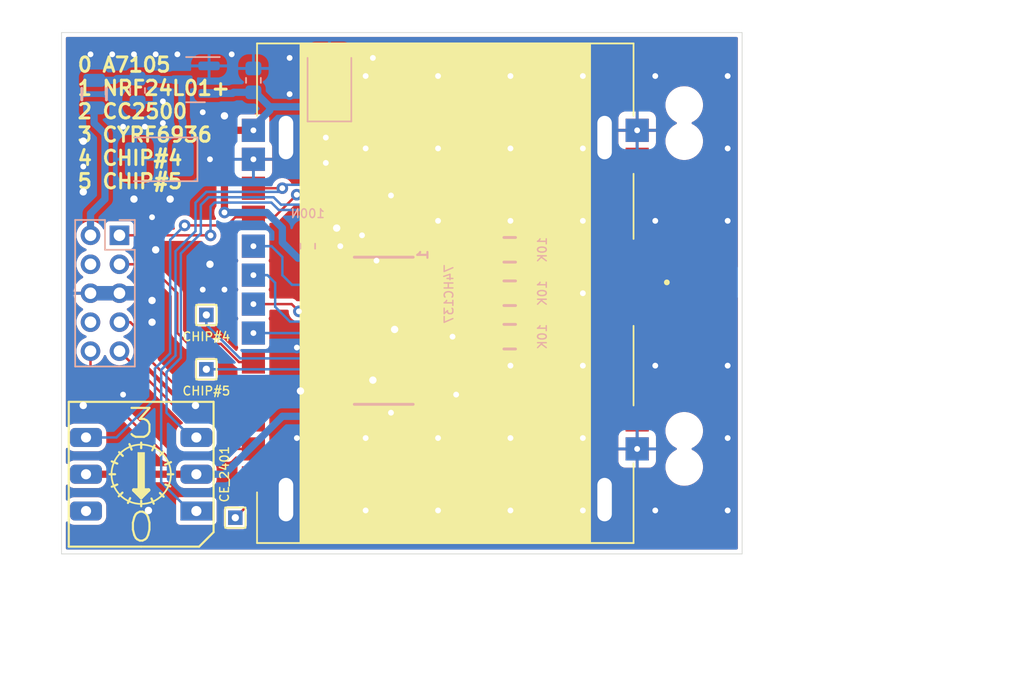
<source format=kicad_pcb>
(kicad_pcb (version 20211014) (generator pcbnew)

  (general
    (thickness 1.6)
  )

  (paper "A4")
  (layers
    (0 "F.Cu" signal)
    (31 "B.Cu" signal)
    (36 "B.SilkS" user "B.Silkscreen")
    (37 "F.SilkS" user "F.Silkscreen")
    (38 "B.Mask" user)
    (39 "F.Mask" user)
    (40 "Dwgs.User" user "User.Drawings")
    (41 "Cmts.User" user "User.Comments")
    (42 "Eco1.User" user "User.Eco1")
    (43 "Eco2.User" user "User.Eco2")
    (44 "Edge.Cuts" user)
    (45 "Margin" user)
    (46 "B.CrtYd" user "B.Courtyard")
    (47 "F.CrtYd" user "F.Courtyard")
  )

  (setup
    (stackup
      (layer "F.SilkS" (type "Top Silk Screen"))
      (layer "F.Mask" (type "Top Solder Mask") (thickness 0.01))
      (layer "F.Cu" (type "copper") (thickness 0.035))
      (layer "dielectric 1" (type "core") (thickness 1.51) (material "FR4") (epsilon_r 4.5) (loss_tangent 0.02))
      (layer "B.Cu" (type "copper") (thickness 0.035))
      (layer "B.Mask" (type "Bottom Solder Mask") (thickness 0.01))
      (layer "B.SilkS" (type "Bottom Silk Screen"))
      (copper_finish "None")
      (dielectric_constraints no)
    )
    (pad_to_mask_clearance 0.1)
    (solder_mask_min_width 0.1)
    (pad_to_paste_clearance -0.1)
    (pcbplotparams
      (layerselection 0x00010fc_ffffffff)
      (disableapertmacros false)
      (usegerberextensions false)
      (usegerberattributes true)
      (usegerberadvancedattributes true)
      (creategerberjobfile true)
      (svguseinch false)
      (svgprecision 6)
      (excludeedgelayer true)
      (plotframeref false)
      (viasonmask false)
      (mode 1)
      (useauxorigin false)
      (hpglpennumber 1)
      (hpglpenspeed 20)
      (hpglpendiameter 15.000000)
      (dxfpolygonmode true)
      (dxfimperialunits true)
      (dxfusepcbnewfont true)
      (psnegative false)
      (psa4output false)
      (plotreference true)
      (plotvalue true)
      (plotinvisibletext false)
      (sketchpadsonfab false)
      (subtractmaskfromsilk false)
      (outputformat 1)
      (mirror false)
      (drillshape 1)
      (scaleselection 1)
      (outputdirectory "")
    )
  )

  (net 0 "")
  (net 1 "MISO")
  (net 2 "RESET_P")
  (net 3 "MOSI")
  (net 4 "GND")
  (net 5 "SCK")
  (net 6 "~{CS}")
  (net 7 "+5V")
  (net 8 "+3V3")
  (net 9 "Net-(C1-Pad1)")
  (net 10 "unconnected-(J1-Pad4)")
  (net 11 "unconnected-(J1-Pad8)")
  (net 12 "Net-(M1-PadCE_2401)")
  (net 13 "Net-(M1-PadCS_2401)")
  (net 14 "Net-(M1-PadCS_2500)")
  (net 15 "Net-(M1-PadCS_6936)")
  (net 16 "Net-(M1-PadCS_7105)")
  (net 17 "PE1")
  (net 18 "PE2")
  (net 19 "Net-(R3-Pad1)")
  (net 20 "Net-(J2-Pad1)")
  (net 21 "Net-(TP1-Pad1)")
  (net 22 "unconnected-(U4-Pad7)")
  (net 23 "Net-(TP2-Pad1)")
  (net 24 "unconnected-(U4-Pad9)")
  (net 25 "unconnected-(S1-Pad8)")

  (footprint "Library:GND_PLANE_VIA" (layer "F.Cu") (at 105.25 95.5))

  (footprint "Library:GND_PLANE_VIA" (layer "F.Cu") (at 105 110))

  (footprint "Library:GND_PLANE_VIA" (layer "F.Cu") (at 104 88.5))

  (footprint "Library:RD10RB6RTT" (layer "F.Cu") (at 104.5 107.5))

  (footprint "Library:GND_PLANE_VIA" (layer "F.Cu") (at 109.25 93))

  (footprint "Library:GND_PLANE_VIA" (layer "F.Cu") (at 105.25 97))

  (footprint "Library:GND_PLANE_VIA" (layer "F.Cu") (at 106.5 88.5))

  (footprint "Library:GND_PLANE_VIA" (layer "F.Cu") (at 115.5 101.75))

  (footprint "Library:MountingHole_2.0mm_NPT" (layer "F.Cu") (at 142 84.5))

  (footprint "Library:MountingHole_2.0mm_NPT" (layer "F.Cu") (at 142 82))

  (footprint "Library:LINX_CONMHF1-SMD-G-T" (layer "F.Cu") (at 143.5 94.25 90))

  (footprint "Library:GND_PLANE_VIA" (layer "F.Cu") (at 122 97.5))

  (footprint "Library:GND_PLANE_VIA" (layer "F.Cu") (at 110.25 82.75))

  (footprint "Library:MountingHole_2.0mm_NPT" (layer "F.Cu") (at 142 107))

  (footprint "Library:MountingHole_2.0mm_NPT" (layer "F.Cu") (at 142 104.5))

  (footprint "Library:MULTIRF4IN1-SMT" (layer "F.Cu") (at 125.5 94.75 180))

  (footprint "Library:TestPoint_THTPad_1.0x1.0mm_Drill0.5mm" (layer "F.Cu") (at 109 96.5))

  (footprint "Library:GND_PLANE_VIA" (layer "F.Cu") (at 100.5 88))

  (footprint "Library:GND_PLANE_VIA" (layer "F.Cu") (at 108.25 102.75))

  (footprint "Library:GND_PLANE_VIA" (layer "F.Cu") (at 100.5 102.75))

  (footprint "Library:GND_PLANE_VIA" (layer "F.Cu") (at 105.5 92))

  (footprint "Library:TestPoint_THTPad_1.0x1.0mm_Drill0.5mm" (layer "F.Cu") (at 111 110.5))

  (footprint "Library:GND_PLANE_VIA" (layer "F.Cu") (at 118 90.5))

  (footprint "Library:GND_PLANE_VIA" (layer "F.Cu") (at 100.5 84.5))

  (footprint "Library:TestPoint_THTPad_1.0x1.0mm_Drill0.5mm" (layer "F.Cu") (at 109 100.25))

  (footprint "Library:GND_PLANE_VIA" (layer "F.Cu") (at 120.5 101))

  (footprint "Library:PinHeader_2x05_P2.00mm_Vertical" (layer "B.Cu") (at 103 91 180))

  (footprint "Library:C_0603_1608Metric_Pad1.0x1.1mm_HandSolder" (layer "B.Cu") (at 104.25 81 -90))

  (footprint "Library:C_0603_1608Metric_Pad1.0x1.1mm_HandSolder" (layer "B.Cu") (at 112.25 80.3 90))

  (footprint "Library:L_SM_0805_2012Metric" (layer "B.Cu") (at 101.25 81.25 90))

  (footprint "Capacitor_Tantalum_SMD:CP_EIA-3528-12_Kemet-T_Pad1.50x2.35mm_HandSolder" (layer "B.Cu") (at 117.5 80.5 90))

  (footprint "Library:SOIC-16" (layer "B.Cu") (at 121.25 97.59 -90))

  (footprint "Capacitor_Tantalum_SMD:CP_EIA-3528-12_Kemet-T_Pad1.50x2.35mm_HandSolder" (layer "B.Cu") (at 105.75 85.75 180))

  (footprint "Library:SOT-23" (layer "B.Cu") (at 108.25 80.25 180))

  (footprint "Library:R_SM_0805_2012Metric" (layer "B.Cu") (at 129.95 98))

  (footprint "Library:R_SM_0805_2012Metric" (layer "B.Cu") (at 129.95 95))

  (footprint "Library:R_SM_0805_2012Metric" (layer "B.Cu") (at 129.95 92))

  (footprint "Library:C_0603_1608Metric_Pad1.0x1.1mm_HandSolder" (layer "B.Cu") (at 116 91.75 90))

  (gr_line (start 146 77) (end 99 77) (layer "Edge.Cuts") (width 0.05) (tstamp 00000000-0000-0000-0000-0000611c155a))
  (gr_line (start 146 77) (end 146 113) (layer "Edge.Cuts") (width 0.05) (tstamp 3ed0041b-48be-427d-8cdf-667405c53983))
  (gr_line (start 99 113) (end 146 113) (layer "Edge.Cuts") (width 0.05) (tstamp 7f2301df-e4bc-479e-a681-cc59c9a2dbbb))
  (gr_line (start 99 77) (end 99 113) (layer "Edge.Cuts") (width 0.05) (tstamp e02e4906-3c35-41b7-aaaa-ae3e3959c322))
  (gr_text "0 A7105\n1 NRF24L01+\n2 CC2500\n3 CYRF6936\n4 CHIP#4\n5 CHIP#5" (at 100 83.25) (layer "F.SilkS") (tstamp f9e60890-c09c-4221-9409-43a2ec4885e8)
    (effects (font (size 1 1) (thickness 0.2)) (justify left))
  )
  (dimension (type aligned) (layer "Dwgs.User") (tstamp 2719b101-fb18-4e14-a2c4-5fdbc598dd71)
    (pts (xy 99 113) (xy 146 113))
    (height 9)
    (gr_text "47.0000 mm" (at 122.5 120.2) (layer "Dwgs.User") (tstamp 2719b101-fb18-4e14-a2c4-5fdbc598dd71)
      (effects (font (size 1.5 1.5) (thickness 0.3)))
    )
    (format (units 3) (units_format 1) (precision 4))
    (style (thickness 0.2) (arrow_length 1.27) (text_position_mode 0) (extension_height 0.58642) (extension_offset 0.5) keep_text_aligned)
  )
  (dimension (type aligned) (layer "Dwgs.User") (tstamp 3651ba91-8f86-46c0-aada-36f9eca494c9)
    (pts (xy 146.75 77) (xy 146.75 113))
    (height -13)
    (gr_text "36.0000 mm" (at 157.95 95 90) (layer "Dwgs.User") (tstamp 3651ba91-8f86-46c0-aada-36f9eca494c9)
      (effects (font (size 1.5 1.5) (thickness 0.3)))
    )
    (format (units 3) (units_format 1) (precision 4))
    (style (thickness 0.2) (arrow_length 1.27) (text_position_mode 0) (extension_height 0.58642) (extension_offset 0.5) keep_text_aligned)
  )

  (segment (start 103 99) (end 107.75 103.75) (width 0.17) (layer "F.Cu") (net 1) (tstamp 35e564c3-bd10-4417-8d6d-ee2990b20a54))
  (segment (start 107.75 103.75) (end 112.25 103.75) (width 0.17) (layer "F.Cu") (net 1) (tstamp 3ff1bd6c-2e47-42f5-800c-1b7f25314595))
  (segment (start 106.25 106.25) (end 110.5 106.25) (width 0.17) (layer "F.Cu") (net 2) (tstamp 21ba3f8e-abfa-4506-9492-88c4dbef743f))
  (segment (start 111 105.75) (end 112.25 105.75) (width 0.17) (layer "F.Cu") (net 2) (tstamp 702e6d0b-4a31-403d-8657-2b28ab2a4599))
  (segment (start 101 101) (end 106.25 106.25) (width 0.17) (layer "F.Cu") (net 2) (tstamp a8666907-cbd2-4f59-a3c2-b1d4b07395ff))
  (segment (start 101 99) (end 101 101) (width 0.17) (layer "F.Cu") (net 2) (tstamp ad7311a8-95a7-4c12-9fc5-94be66992227))
  (segment (start 110.5 106.25) (end 111 105.75) (width 0.17) (layer "F.Cu") (net 2) (tstamp c13edfb3-a8d8-4320-a0a8-c32278cb4d05))
  (segment (start 103.75 97) (end 105.25 98.5) (width 0.17) (layer "F.Cu") (net 3) (tstamp 20223c72-7e3a-4bd7-ae96-b6074ddd70cc))
  (segment (start 105.25 98.5) (end 105.25 99.75) (width 0.17) (layer "F.Cu") (net 3) (tstamp 99ba55c0-a59c-433d-9790-ce80b5099d9e))
  (segment (start 107.25 101.75) (end 112.25 101.75) (width 0.17) (layer "F.Cu") (net 3) (tstamp ca7dc309-d9fd-445f-af0a-014f59ede15c))
  (segment (start 103 97) (end 103.75 97) (width 0.17) (layer "F.Cu") (net 3) (tstamp e1457767-5d0f-459a-8b9e-e53e3f2d2c31))
  (segment (start 105.25 99.75) (end 107.25 101.75) (width 0.17) (layer "F.Cu") (net 3) (tstamp f29618fa-a767-4a72-983d-515d70d7f30a))
  (segment (start 100.5 88) (end 100.5 86.25) (width 0.17) (layer "F.Cu") (net 4) (tstamp 04858b52-ca8a-4377-8b96-7b45d8d1fad8))
  (segment (start 138.75 103.75) (end 138.75 101.25) (width 0.17) (layer "F.Cu") (net 4) (tstamp 05384327-5556-41f7-8535-feb4a2c495ea))
  (segment (start 130 85) (end 135 85) (width 0.17) (layer "F.Cu") (net 4) (tstamp 09c07038-b654-4027-84fb-e3070bb5b01e))
  (segment (start 138.75 96.25) (end 138.75 98.75) (width 0.17) (layer "F.Cu") (net 4) (tstamp 135ca205-5e00-4228-bc2e-9cbf3dc44afd))
  (segment (start 145.25 94.025) (end 145.25 93.025) (width 0.17) (layer "F.Cu") (net 4) (tstamp 13fe96d8-542a-4d5d-bd07-ab0563a737dc))
  (segment (start 100.5 84.5) (end 100.5 86.25) (width 0.17) (layer "F.Cu") (net 4) (tstamp 14109140-763f-41e2-b16a-f6a5fdf3ad39))
  (segment (start 115.5 99) (end 115.25 98.75) (width 0.17) (layer "F.Cu") (net 4) (tstamp 15527324-d802-46c7-8813-24b718a9494e))
  (segment (start 130 110) (end 135 110) (width 0.17) (layer "F.Cu") (net 4) (tstamp 19faaf36-574f-4c4e-9fc9-f1aa28b3fa5a))
  (segment (start 120 80) (end 125 80) (width 0.17) (layer "F.Cu") (net 4) (tstamp 1dee33d7-3a8f-4877-ba94-3056a29b21d0))
  (segment (start 135 85) (end 135 80) (width 0.17) (layer "F.Cu") (net 4) (tstamp 1e3404cf-4cb9-42f7-84e1-99e6ad5d445c))
  (segment (start 145.025 94.25) (end 145.25 94.475) (width 0.17) (layer "F.Cu") (net 4) (tstamp 2796fc4b-6505-4acc-9d99-a7fefd273bd7))
  (segment (start 115.25 105) (end 120.000002 105) (width 0.17) (layer "F.Cu") (net 4) (tstamp 3a8cb96f-4638-4cac-b415-71fbcd8e03a1))
  (segment (start 138.75 101.25) (end 140 100) (width 0.17) (layer "F.Cu") (net 4) (tstamp 4937fb50-a9d1-4114-bbde-f023cff44463))
  (segment (start 140 90) (end 135 90) (width 0.17) (layer "F.Cu") (net 4) (tstamp 4a033c00-ee04-4b84-963d-28f55c594fba))
  (segment (start 140 80) (end 145 80) (width 0.17) (layer "F.Cu") (net 4) (tstamp 4ba59ae1-c771-4d01-8640-2f033ecbc1a3))
  (segment (start 135 100) (end 135 105) (width 0.17) (layer "F.Cu") (net 4) (tstamp 4fdd6108-e419-4965-8dec-b81d96b10a80))
  (segment (start 145.025 95.725) (end 143.5 95.725) (width 0.17) (layer "F.Cu") (net 4) (tstamp 50d0a559-f09c-43ba-9759-3e2ba4b680a7))
  (segment (start 135 80) (end 140 80) (width 0.17) (layer "F.Cu") (net 4) (tstamp 50e6e7dd-73e0-4324-bc63-c9a8c6c1e423))
  (segment (start 125 80) (end 130 80) (width 0.17) (layer "F.Cu") (net 4) (tstamp 54224e00-f2a4-4d36-856e-75d4674abd4a))
  (segment (start 140 90) (end 145 90) (width 0.17) (layer "F.Cu") (net 4) (tstamp 598aba96-742b-410d-bc1d-bc0c11489b1d))
  (segment (start 104.75 95) (end 105.25 95.5) (width 1) (layer "F.Cu") (net 4) (tstamp 5a09f900-21c3-4e64-bfb1-d6f9ce54858c))
  (segment (start 145 110) (end 140 110) (width 0.17) (layer "F.Cu") (net 4) (tstamp 5fee4529-1993-460f-b0f4-f55ca49d7eaf))
  (segment (start 106.5 88.5) (end 105.25 89.75) (width 0.17) (layer "F.Cu") (net 4) (tstamp 6c168399-0c2c-4e48-a308-b4907b8ab23f))
  (segment (start 130 85) (end 130 80) (width 0.17) (layer "F.Cu") (net 4) (tstamp 6d0689a5-3c21-4e6a-a02c-88ae0a743fab))
  (segment (start 145 80) (end 145 85) (width 0.17) (layer "F.Cu") (net 4) (tstamp 6eb7ecdb-6c97-4bb6-95bc-6450924d221d))
  (segment (start 135 85) (end 135 90) (width 0.17) (layer "F.Cu") (net 4) (tstamp 7006843e-9cc6-40a0-91f0-64302bb92506))
  (segment (start 145.25 95.5) (end 145.025 95.725) (width 0.17) (layer "F.Cu") (net 4) (tstamp 77327c72-a0ff-412c-965f-40efec04b875))
  (segment (start 101 95) (end 103 95) (width 1) (layer "F.Cu") (net 4) (tstamp 79e31048-072a-4a40-a625-26bb0b5f046b))
  (segment (start 138.75 85.75) (end 138.75 88.75) (width 0.17) (layer "F.Cu") (net 4) (tstamp 8cb461a9-2710-496b-a47a-72dffd0f1af4))
  (segment (start 145 100) (end 145 105) (width 0.17) (layer "F.Cu") (net 4) (tstamp 946354fa-163c-4de6-9b8d-2d0843202dd1))
  (segment (start 145 85) (end 145 90) (width 0.17) (layer "F.Cu") (net 4) (tstamp 95e6dd50-1b03-4b8d-864b-19dee34278c3))
  (segment (start 120 85) (end 120 80) (width 0.17) (layer "F.Cu") (net 4) (tstamp 9ce49419-e81b-4a32-b834-cf7946d715b0))
  (segment (start 145.25 94.475) (end 145.25 95.5) (width 0.17) (layer "F.Cu") (net 4) (tstamp a7fab468-aa2b-4c05-badf-e2beaf66565e))
  (segment (start 104 88.5) (end 105.25 89.75) (width 0.17) (layer "F.Cu") (net 4) (tstamp ad85e174-f76d-47cb-afc2-02303444964d))
  (segment (start 140 100) (end 145 100) (width 0.17) (layer "F.Cu") (net 4) (tstamp aee050df-5303-46e9-bee2-40eb86c2b98a))
  (segment (start 115.5 101.75) (end 115.5 99) (width 0.17) (layer "F.Cu") (net 4) (tstamp b3515b64-5fe5-426d-aaeb-7760968cfac3))
  (segment (start 106 81.75) (end 106 83.25) (width 0.17) (layer "F.Cu") (net 4) (tstamp b97fd0b2-cca4-478b-8fd7-1676e2bcd355))
  (segment (start 125 85) (end 130 85) (width 0.17) (layer "F.Cu") (net 4) (tstamp bcaff328-7ebc-4d36-8851-5fab66b9ba2e))
  (segment (start 145.25 93.025) (end 145 92.775) (width 0.17) (layer "F.Cu") (net 4) (tstamp c0e58be5-c047-46de-b92c-2e521ee49bba))
  (segment (start 145 105) (end 145 110) (width 0.17) (layer "F.Cu") (net 4) (tstamp c492acfb-dd9d-4ddd-bcde-f1d04d4b35c4))
  (segment (start 145 92.775) (end 143.5 92.775) (width 0.17) (layer "F.Cu") (net 4) (tstamp c9249121-44f5-4335-af74-2f8b6acbc83c))
  (segment (start 138.75 98.75) (end 140 100) (width 0.17) (layer "F.Cu") (net 4) (tstamp caad46f9-e457-4c64-a2f9-f4b78a0bf70b))
  (segment (start 145.025 94.25) (end 145.25 94.025) (width 0.17) (layer "F.Cu") (net 4) (tstamp cb022546-9306-4e09-92f0-4c4d6385a301))
  (segment (start 103 95) (end 104.75 95) (width 1) (layer "F.Cu") (net 4) (tstamp d4a22f90-2d51-47cc-92fc-1971aa10c972))
  (segment (start 125 85) (end 125 80) (width 0.17) (layer "F.Cu") (net 4) (tstamp d688ef84-896f-46cf-8f77-969e74c531c3))
  (segment (start 120 105.000002) (end 120.000002 105) (width 0.17) (layer "F.Cu") (net 4) (tstamp d76b3637-e5a1-403d-ba80-8168c3ca8244))
  (segment (start 130 110) (end 125 110) (width 0.17) (layer "F.Cu") (net 4) (tstamp e1ba2435-9071-473a-812a-ba3acdd83c1b))
  (segment (start 130 85) (end 130 90) (width 0.17) (layer "F.Cu") (net 4) (tstamp e276d3ed-b4bb-4fe6-b0a2-bf47eb50b819))
  (segment (start 135 80) (end 130 80) (width 0.17) (layer "F.Cu") (net 4) (tstamp e8f955f8-1406-4068-a739-3036ff997e96))
  (segment (start 138.75 88.75) (end 140 90) (width 0.17) (layer "F.Cu") (net 4) (tstamp ead73b10-597e-4d4e-85be-bfb0910f86fb))
  (segment (start 125 85) (end 120 85) (width 0.17) (layer "F.Cu") (net 4) (tstamp ebfecb92-54e4-4e7e-a5f7-8f953128de55))
  (segment (start 125 110) (end 120 110) (width 0.17) (layer "F.Cu") (net 4) (tstamp f27670d1-8ece-4c8a-b865-60103c0843e3))
  (segment (start 120 110) (end 120 105.000002) (width 0.17) (layer "F.Cu") (net 4) (tstamp ff48e66e-1f5e-490a-b793-08a7cd11b524))
  (via (at 121.75 103.25) (size 0.8) (drill 0.4) (layers "F.Cu" "B.Cu") (net 4) (tstamp 011483a2-c737-48ae-9b9f-d8fe4e20a2e7))
  (via (at 105.5 78.5) (size 0.8) (drill 0.4) (layers "F.Cu" "B.Cu") (net 4) (tstamp 02efd611-a4d7-4893-abce-fe890ca5f536))
  (via (at 120.75 92.75) (size 0.8) (drill 0.4) (layers "F.Cu" "B.Cu") (net 4) (tstamp 05674eaa-b848-4dea-8744-8d3c1dad8143))
  (via (at 125 80) (size 0.8) (drill 0.4) (layers "F.Cu" "B.Cu") (net 4) (tstamp 08724e2c-493a-4cde-a295-c4eac7fa8987))
  (via (at 120.000002 105) (size 0.8) (drill 0.4) (layers "F.Cu" "B.Cu") (net 4) (tstamp 109efa63-421d-4cfb-baae-8e3d989b0989))
  (via (at 130 105) (size 0.8) (drill 0.4) (layers "F.Cu" "B.Cu") (net 4) (tstamp 11f41cfe-3fc1-4e7b-8256-ae3816fc9398))
  (via (at 120 110) (size 0.8) (drill 0.4) (layers "F.Cu" "B.Cu") (net 4) (tstamp 1e1ff099-e9b9-48bd-999b-c185cb68ef1e))
  (via (at 125 105) (size 0.8) (drill 0.4) (layers "F.Cu" "B.Cu") (net 4) (tstamp 1e6636cb-d9aa-46c0-9216-7e61931792c9))
  (via (at 130 80) (size 0.8) (drill 0.4) (layers "F.Cu" "B.Cu") (net 4) (tstamp 24e1991f-2edf-4baf-8f51-b99147ffc859))
  (via (at 105.25 89.75) (size 0.8) (drill 0.4) (layers "F.Cu" "B.Cu") (net 4) (tstamp 2ca0046e-a014-4e42-9443-9432c0159fdb))
  (via (at 121.75 88.25) (size 0.8) (drill 0.4) (layers "F.Cu" "B.Cu") (net 4) (tstamp 3c041346-2342-41b1-9ae0-75701f1a16ed))
  (via (at 118.25 91.75) (size 0.8) (drill 0.4) (layers "F.Cu" "B.Cu") (net 4) (tstamp 40fec37b-b584-4696-8ed1-b46811a12ca7))
  (via (at 126.25 102) (size 0.8) (drill 0.4) (layers "F.Cu" "B.Cu") (net 4) (tstamp 432d33d9-e47d-48c3-ab72-30df6412d449))
  (via (at 102.5 78.5) (size 0.8) (drill 0.4) (layers "F.Cu" "B.Cu") (net 4) (tstamp 4bc07350-6d5f-462a-8e2c-4aedcb12e09b))
  (via (at 130 100) (size 0.8) (drill 0.4) (layers "F.Cu" "B.Cu") (net 4) (tstamp 529cdea5-872c-441e-ba88-b46767afe657))
  (via (at 130 90) (size 0.8) (drill 0.4) (layers "F.Cu" "B.Cu") (net 4) (tstamp 5930ef78-ffef-4508-a176-b92fbef99ea3))
  (via (at 125 110) (size 0.8) (drill 0.4) (layers "F.Cu" "B.Cu") (net 4) (tstamp 59bc5d09-c7ff-4caf-b71c-7c61ad1191b4))
  (via (at 117.25 86) (size 0.8) (drill 0.4) (layers "F.Cu" "B.Cu") (net 4) (tstamp 63d81b71-4f4d-4163-a1ab-31081e352738))
  (via (at 115.25 105) (size 0.8) (drill 0.4) (layers "F.Cu" "B.Cu") (net 4) (tstamp 6450ed0b-020f-4e4a-8e5f-53a1629997e8))
  (via (at 110.25 94.75) (size 0.8) (drill 0.4) (layers "F.Cu" "B.Cu") (net 4) (tstamp 689bed29-3c69-4c00-959c-0787f3350463))
  (via (at 145 85) (size 0.8) (drill 0.4) (layers "F.Cu" "B.Cu") (net 4) (tstamp 6baf8b7a-6170-464b-acc3-03c18efb8cc9))
  (via (at 119.75 91) (size 0.8) (drill 0.4) (layers "F.Cu" "B.Cu") (net 4) (tstamp 6cfb182b-8ea8-4ca0-acd3-cf78c10b587c))
  (via (at 120 85) (size 0.8) (drill 0.4) (layers "F.Cu" "B.Cu") (net 4) (tstamp 6e4ccbf7-7c77-4ac1-a6bf-67b4d9d97b61))
  (via (at 130 85) (size 0.8) (drill 0.4) (layers "F.Cu" "B.Cu") (net 4) (tstamp 72512e8d-09f3-45cb-89ef-65ffc65a782e))
  (via (at 120.5 78.75) (size 0.8) (drill 0.4) (layers "F.Cu" "B.Cu") (net 4) (tstamp 749344f6-c4bf-4a93-9320-7fb13f6d1d28))
  (via (at 135 85) (size 0.8) (drill 0.4) (layers "F.Cu" "B.Cu") (net 4) (tstamp 76a8f73b-17fb-4036-b32b-eaf5c8b8eafb))
  (via (at 135 95) (size 0.8) (drill 0.4) (layers "F.Cu" "B.Cu") (net 4) (tstamp 7b6741f3-952f-468c-bfbe-8cca2e41d3ab))
  (via (at 110.75 78.5) (size 0.8) (drill 0.4) (layers "F.Cu" "B.Cu") (net 4) (tstamp 7d34bd80-1948-4689-9586-e63e4b177b8e))
  (via (at 120 80) (size 0.8) (drill 0.4) (layers "F.Cu" "B.Cu") (net 4) (tstamp 7e2fe210-6da6-4791-aec5-d0303246565e))
  (via (at 145 100) (size 0.8) (drill 0.4) (layers "F.Cu" "B.Cu") (net 4) (tstamp 8083627c-ddda-488f-afa4-e2d27e61707c))
  (via (at 135 100) (size 0.8) (drill 0.4) (layers "F.Cu" "B.Cu") (net 4) (tstamp 8839680f-b776-4bec-ae5e-dd0d3d8dd286))
  (via (at 108.75 94.75) (size 0.8) (drill 0.4) (layers "F.Cu" "B.Cu") (net 4) (tstamp 8a3ee805-8f40-4eb7-b5bd-3c233ee56df7))
  (via (at 103.25 102) (size 0.8) (drill 0.4) (layers "F.Cu" "B.Cu") (net 4) (tstamp 8a4d6128-a01f-4b5a-8366-375b68a85e94))
  (via (at 109.25 85.75) (size 0.8) (drill 0.4) (layers "F.Cu" "B.Cu") (net 4) (tstamp 8c8dd503-e03c-4d4c-9cf5-8ddbd1c80ac9))
  (via (at 135 90) (size 0.8) (drill 0.4) (layers "F.Cu" "B.Cu") (net 4) (tstamp 8cabdff6-a2f4-473f-a480-83c689fccc22))
  (via (at 107 78.5) (size 0.8) (drill 0.4) (layers "F.Cu" "B.Cu") (net 4) (tstamp 8ff6ec1c-6c14-4fc6-9b86-9caeaf6d1dc4))
  (via (at 125 85) (size 0.8) (drill 0.4) (layers "F.Cu" "B.Cu") (net 4) (tstamp 913006eb-724d-488a-adde-6f5d15d27566))
  (via (at 140 100) (size 0.8) (drill 0.4) (layers "F.Cu" "B.Cu") (net 4) (tstamp 99a169e3-1f6a-4327-ba0c-7aa7d80a262c))
  (via (at 140 80) (size 0.8) (drill 0.4) (layers "F.Cu" "B.Cu") (net 4) (tstamp 9f27226d-a5ed-49b3-8eba-091bab49f3ee))
  (via (at 135 105) (size 0.8) (drill 0.4) (layers "F.Cu" "B.Cu") (net 4) (tstamp a015a337-1a9d-4ba6-86c2-27b327831c4a))
  (via (at 104 78.5) (size 0.8) (drill 0.4) (layers "F.Cu" "B.Cu") (net 4) (tstamp a51fb14f-4cc7-4891-a8ac-dbf36cd72af3))
  (via (at 108.75 82.5) (size 0.8) (drill 0.4) (layers "F.Cu" "B.Cu") (net 4) (tstamp a58e6034-8073-4fe3-acd7-d619a6bdf9ab))
  (via (at 140 90) (size 0.8) (drill 0.4) (layers "F.Cu" "B.Cu") (net 4) (tstamp a7e9a4a0-9b73-4117-ab35-a06d6eac52d5))
  (via (at 106 81.75) (size 0.8) (drill 0.4) (layers "F.Cu" "B.Cu") (net 4) (tstamp a8365918-bb55-4c6b-afe4-cc0574956929))
  (via (at 100.5 86.25) (size 0.8) (drill 0.4) (layers "F.Cu" "B.Cu") (net 4) (tstamp a8608538-66ea-42ed-a2d5-cba4c77996f6))
  (via (at 130 110) (size 0.8) (drill 0.4) (layers "F.Cu" "B.Cu") (net 4) (tstamp ae0d79bc-e039-41fe-97bc-17a30076534e))
  (via (at 135 80) (size 0.8) (drill 0.4) (layers "F.Cu" "B.Cu") (net 4) (tstamp b731d659-9377-4d83-9695-76217ff58689))
  (via (at 126 98) (size 0.8) (drill 0.4) (layers "F.Cu" "B.Cu") (net 4) (tstamp bd1eae94-c1a9-4479-a326-d60a297c44e0))
  (via (at 125 90) (size 0.8) (drill 0.4) (layers "F.Cu" "B.Cu") (net 4) (tstamp bf5af2bd-38ad-4328-bfd2-6a33d8e0c7e2))
  (via (at 103.25 83.5) (size 0.8) (drill 0.4) (layers "F.Cu" "B.Cu") (net 4) (tstamp c0493b53-f1de-44e2-a9af-7fd37c637e9d))
  (via (at 145 80) (size 0.8) (drill 0.4) (layers "F.Cu" "B.Cu") (net 4) (tstamp c0980a3a-5e8a-4941-a41f-2e7db7f2dd26))
  (via (at 140 110) (size 0.8) (drill 0.4) (layers "F.Cu" "B.Cu") (net 4) (tstamp c87615ca-a869-435e-b7a1-62371240102d))
  (via (at 114.75 81.25) (size 0.8) (drill 0.4) (layers "F.Cu" "B.Cu") (net 4) (tstamp caaacad7-81ca-4905-b0a6-e98003c6173b))
  (via (at 114.75 78.75) (size 0.8) (drill 0.4) (layers "F.Cu" "B.Cu") (net 4) (tstamp d1dcc432-f13b-4b72-b3ad-1fe8f8ed0869))
  (via (at 145 105) (size 0.8) (drill 0.4) (layers "F.Cu" "B.Cu") (net 4) (tstamp d52e3e8e-59dd-4eb1-a991-bc23a18f8356))
  (via (at 106 83.25) (size 0.8) (drill 0.4) (layers "F.Cu" "B.Cu") (net 4) (tstamp d6575e99-e2a5-4a0e-b283-62911ad25b59))
  (via (at 135 110) (size 0.8) (drill 0.4) (layers "F.Cu" "B.Cu") (net 4) (tstamp e32c6d5d-91f6-4f79-b290-8a4ab51f1803))
  (via (at 117.25 84.25) (size 0.8) (drill 0.4) (layers "F.Cu" "B.Cu") (net 4) (tstamp e5e80d8c-37b9-4796-b066-5ac35cc2dbd8))
  (via (at 115.25 98.75) (size 0.8) (drill 0.4) (layers "F.Cu" "B.Cu") (net 4) (tstamp eafb0958-75c9-4c8c-be71-d4668c22a474))
  (via (at 101 78.5) (size 0.8) (drill 0.4) (layers "F.Cu" "B.Cu") (net 4) (tstamp eb7b45e9-5d7d-4d33-bf7a-e18874d7a07c))
  (via (at 145 110) (size 0.8) (drill 0.4) (layers "F.Cu" "B.Cu") (net 4) (tstamp eba685eb-9fcd-4fef-a35b-0574a7b647e4))
  (via (at 145 90) (size 0.8) (drill 0.4) (layers "F.Cu" "B.Cu") (net 4) (tstamp f2499956-c7e5-4d7e-848d-babb7fbec0bc))
  (via (at 104.75 83.5) (size 0.8) (drill 0.4) (layers "F.Cu" "B.Cu") (net 4) (tstamp fb0b544e-86a6-41c3-b99f-05e49bbae2eb))
  (segment (start 109 82.75) (end 108.75 82.5) (width 0.17) (layer "B.Cu") (net 4) (tstamp 0827b959-0543-47f9-bd17-61c68ffa12f2))
  (segment (start 114.875 78.875) (end 114.75 78.75) (width 0.17) (layer "B.Cu") (net 4) (tstamp 0881247b-be0e-4182-b3a1-277db463c87a))
  (segment (start 101.25 102) (end 100.5 102.75) (width 0.17) (layer "B.Cu") (net 4) (tstamp 09221cc5-ceea-44ae-96f1-a5cc65c40a0e))
  (segment (start 126.21 102.04) (end 126.25 102) (width 0.17) (layer "B.Cu") (net 4) (tstamp 10bfa44d-c82a-4e7f-9332-584c62cf0e75))
  (segment (start 135 90) (end 130 90) (width 0.17) (layer "B.Cu") (net 4) (tstamp 19e890e0-2979-446c-bfd5-6d8761601eba))
  (segment (start 110.75 79) (end 110.75 78.5) (width 0.17) (layer "B.Cu") (net 4) (tstamp 1c80d9ae-f07f-46db-b4a9-5324923ef0c0))
  (segment (start 135 100) (end 130 100) (width 0.17) (layer "B.Cu") (net 4) (tstamp 1d7af2fb-9312-4ce2-9df7-62fb6ef2fa26))
  (segment (start 114.75 78.75) (end 114.75 81.25) (width 0.17) (layer "B.Cu") (net 4) (tstamp 244a9bff-fad0-4070-811a-ad148eff6f83))
  (segment (start 103 95) (end 104.75 95) (width 1) (layer "B.Cu") (net 4) (tstamp 24539f83-694a-4f09-956d-48b68b367030))
  (segment (start 104.25 81.825) (end 104.25 83) (width 0.17) (layer "B.Cu") (net 4) (tstamp 2e2d0cdd-e591-4450-a51d-a7a4ca2c069d))
  (segment (start 130 100) (end 130 105) (width 0.17) (layer "B.Cu") (net 4) (tstamp 2fa59316-d176-4553-aee4-a43b611b0503))
  (segment (start 136.5 106.5) (end 135 105) (width 0.17) (layer "B.Cu") (net 4) (tstamp 32c37748-95d8-4770-8298-a56858f501f1))
  (segment (start 118 90.5) (end 117.575 90.925) (width 0.17) (layer "B.Cu") (net 4) (tstamp 345bf662-1e86-43b3-978d-5867cb188274))
  (segment (start 120.000002 105) (end 125 105) (width 0.17) (layer "B.Cu") (net 4) (tstamp 39dd64e4-af0d-4c99-bae8-be8cc86b1cb4))
  (segment (start 109.25 94.25) (end 108.75 94.75) (width 0.17) (layer "B.Cu") (net 4) (tstamp 3c0cac5c-1670-4ed6-8d0c-cbd9cf01a38f))
  (segment (start 110.25 82.75) (end 109 82.75) (width 0.17) (layer "B.Cu") (net 4) (tstamp 3f7660aa-32fa-4573-8fa9-b4fdbba60830))
  (segment (start 120 110) (end 119.25 109.25) (width 0.17) (layer "B.Cu") (net 4) (tstamp 4334b60e-a289-4e10-8e3f-66861fb0266f))
  (segment (start 110.75 79.25) (end 110.75 79) (width 0.17) (layer "B.Cu") (net 4) (tstamp 442cea26-6798-464f-b0ad-e19cbff4a78b))
  (segment (start 109.25 93) (end 109.25 94.25) (width 0.17) (layer "B.Cu") (net 4) (tstamp 459c4126-301d-4711-81e6-ee74404558c8))
  (segment (start 123.917 102.04) (end 126.21 102.04) (width 0.17) (layer "B.Cu") (net 4) (tstamp 475d780c-c541-4093-8466-da08245ac9c5))
  (segment (start 135 100) (end 140 100) (width 0.17) (layer "B.Cu") (net 4) (tstamp 479a352f-2ece-4782-a12d-1c23e0a8d1cb))
  (segment (start 104.125 84.125) (end 104.75 83.5) (width 0.17) (layer "B.Cu") (net 4) (tstamp 48561b8f-af53-4010-812e-90651d9f570c))
  (segment (start 103.25 102) (end 101.25 102) (width 0.17) (layer "B.Cu") (net 4) (tstamp 487deecc-138a-43ee-8db9-7a1949bae40e))
  (segment (start 117.25 84.25) (end 117.25 86) (width 0.17) (layer "B.Cu") (net 4) (tstamp 4c52fe7c-c0d4-4fc1-ab9f-7e1400b2022b))
  (segment (start 107.8 79.3) (end 107 78.5) (width 0.17) (layer "B.Cu") (net 4) (tstamp 4dab7b80-954a-445d-9a56-4a41c9e3d9da))
  (segment (start 135 95) (end 135 100) (width 0.17) (layer "B.Cu") (net 4) (tstamp 52c13093-3079-4edc-a617-88ba988f97ac))
  (segment (start 105.5 78.5) (end 104 78.5) (width 0.17) (layer "B.Cu") (net 4) (tstamp 5ccecbd2-9959-48d9-bc04-c9f665c1b82c))
  (segment (start 104.75 95) (end 105.25 95.5) (width 1) (layer "B.Cu") (net 4) (tstamp 5d6b19c3-6495-4d8a-a0c7-3ad739d46526))
  (segment (start 119.25 84.25) (end 117.25 84.25) (width 0.17) (layer "B.Cu") (net 4) (tstamp 60c345ef-c94c-426b-bdc8-20c3bfd87892))
  (segment (start 122.96 102.04) (end 121.75 103.25) (width 0.17) (layer "B.Cu") (net 4) (tstamp 634c972d-457b-4606-97bd-158cc6774626))
  (segment (start 130 90) (end 125 90) (width 0.17) (layer "B.Cu") (net 4) (tstamp 63afd6d0-4490-4114-aefb-b4a63008d921))
  (segment (start 109.25 93) (end 109.25 93.75) (width 0.17) (layer "B.Cu") (net 4) (tstamp 6463d815-0515-4db3-9a46-52caa8cd2bf0))
  (segment (start 103.25 83.5) (end 104.75 83.5) (width 0.17) (layer "B.Cu") (net 4) (tstamp 64ceeb97-4c68-401f-8eb0-1ceae7839863))
  (segment (start 104 78.5) (end 102.5 78.5) (width 0.17) (layer "B.Cu") (net 4) (tstamp 6b8fb83c-4086-41e2-9d82-7a4760767ff6))
  (segment (start 130 105) (end 125 105) (width 0.17) (layer "B.Cu") (net 4) (tstamp 72b68bc4-8b8a-480c-9869-b16b44481091))
  (segment (start 117.575 90.925) (end 116 90.925) (width 0.17) (layer "B.Cu") (net 4) (tstamp 767714d7-b812-4ea1-a9af-10579c11fc04))
  (segment (start 135 90) (end 133 92) (width 0.17) (layer "B.Cu") (net 4) (tstamp 7af5ab06-6a1c-4dfb-8a56-4e5df60ab4fd))
  (segment (start 126.25 98.25) (end 126 98) (width 0.17) (layer "B.Cu") (net 4) (tstamp 7bf5b745-1233-4302-86b7-8fde0844dc62))
  (segment (start 126.25 102) (end 126.25 98.25) (width 0.17) (layer "B.Cu") (net 4) (tstamp 7d480756-c355-4249-8347-5859a82a3239))
  (segment (start 118 90.5) (end 118 91.5) (width 0.17) (layer "B.Cu") (net 4) (tstamp 7f3d18a2-ca95-41f9-87b2-2a48ce995b03))
  (segment (start 109.25 93.75) (end 110.25 94.75) (width 0.17) (layer "B.Cu") (net 4) (tstamp 7f94a168-da01-4017-b9a8-182b0720c197))
  (segment (start 110.975 79.475) (end 110.75 79.25) (width 0.17) (layer "B.Cu") (net 4) (tstamp 818973be-259d-4fa6-88d1-4ddce6f1280b))
  (segment (start 117.25 84.25) (end 114.5 84.25) (width 0.17) (layer "B.Cu") (net 4) (tstamp 89254956-7aec-4519-a998-daf648f32b36))
  (segment (start 120 80) (end 120 79.25) (width 0.17) (layer "B.Cu") (net 4) (tstamp 8b07e72e-d52a-4cfb-bcff-5cf5294723fc))
  (segment (start 107 78.5) (end 105.5 78.5) (width 0.17) (layer "B.Cu") (net 4) (tstamp 8d00b581-ff1f-4274-816b-bc45d0315dfc))
  (segment (start 136.5 109.25) (end 136.5 106.5) (width 0.17) (layer "B.Cu") (net 4) (tstamp 8e47fadf-f574-42c1-a8a2-526624537a4c))
  (segment (start 114.025 79.475) (end 114.75 78.75) (width 0.17) (layer "B.Cu") (net 4) (tstamp 937e3b80-4ab4-41e9-955a-0b9fef7cceac))
  (segment (start 123.917 102.04) (end 122.96 102.04) (width 0.17) (layer "B.Cu") (net 4) (tstamp 96af48c0-aa15-418e-a508-f228a2d0a4e3))
  (segment (start 117.5 78.875) (end 114.875 78.875) (width 0.17) (layer "B.Cu") (net 4) (tstamp 99a3dbfb-1c73-4c78-be7c-ded34e626f42))
  (segment (start 135 80) (end 136.5 81.5) (width 0.17) (layer "B.Cu") (net 4) (tstamp 9d04d053-4db9-4bc6-aac6-d52d17b568e8))
  (segment (start 104.125 85.75) (end 104.125 84.125) (width 0.17) (layer "B.Cu") (net 4) (tstamp a1304019-2c62-444a-94d3-c1dae4c94c74))
  (segment (start 110.25 82.75) (end 110.25 84.75) (width 0.17) (layer "B.Cu") (net 4) (tstamp a1ff99f3-4674-4b77-aaee-8bfef9eeac71))
  (segment (start 125 105) (end 125 110) (width 0.17) (layer "B.Cu") (net 4) (tstamp a3879a1b-bdf7-4c6f-afae-4c1dd06edfbf))
  (segment (start 135 100) (end 133 98) (width 0.17) (layer "B.Cu") (net 4) (tstamp a7a3116e-c5b4-4ced-b14d-29eca3216f24))
  (segment (start 125 85) (end 125 90) (width 0.17) (layer "B.Cu") (net 4) (tstamp a89a7c1b-b949-4492-a97e-2bc3bf373b87))
  (segment (start 119.75 91.75) (end 118.25 91.75) (width 0.17) (layer "B.Cu") (net 4) (tstamp ab15b4c5-dece-4be9-bcb5-8d6e56f4ee03))
  (segment (start 119.25 90.5) (end 119.75 91) (width 0.17) (layer "B.Cu") (net 4) (tstamp aba548b2-d6aa-4065-bccf-c0b18bce0476))
  (segment (start 104.125 85.75) (end 104.125 88.375) (width 0.17) (layer "B.Cu") (net 4) (tstamp b0c31a29-6c84-46fe-85a1-b34de5aa94e8))
  (segment (start 101 95) (end 103 95) (width 1) (layer "B.Cu") (net 4) (tstamp b4300db7-1220-431a-b7c3-2edbdf8fa6fc))
  (segment (start 110.25 84.75) (end 109.25 85.75) (width 0.17) (layer "B.Cu") (net 4) (tstamp b55d8c60-122f-4b07-af35-8b61ef7e15af))
  (segment (start 109.1875 79.3) (end 107.8 79.3) (width 0.17) (layer "B.Cu") (net 4) (tstamp b7888d51-f5ba-46de-adc4-d6154e35f184))
  (segment (start 102.5 78.5) (end 101 78.5) (width 0.17) (layer "B.Cu") (net 4) (tstamp b872c814-1161-4381-a423-c13758c7b6fe))
  (segment (start 135 105) (end 135 110) (width 0.17) (layer "B.Cu") (net 4) (tstamp bb3dce95-e1e6-4080-9680-26f6c1c0c618))
  (segment (start 120 85) (end 119.25 84.25) (width 0.17) (layer "B.Cu") (net 4) (tstamp bcf73b6c-56a9-4328-aa79-2dcc31a7330f))
  (segment (start 133 92) (end 130.9 92) (width 0.17) (layer "B.Cu") (net 4) (tstamp bdf7a316-2ee2-46d8-be86-7dedd529dd13))
  (segment (start 119.25 109.25) (end 114.5 109.25) (width 0.17) (layer "B.Cu") (net 4) (tstamp be65f2fb-7f2c-4027-9daf-12791ffb8686))
  (segment (start 112.25 79.475) (end 110.975 79.475) (width 0.17) (layer "B.Cu") (net 4) (tstamp c1e5b0c9-899d-4846-9d68-18e82b95226e))
  (segment (start 105.925 81.825) (end 106 81.75) (width 0.17) (layer "B.Cu") (net 4) (tstamp c5a8c846-48c9-4a26-9445-99a5c0a6dcce))
  (segment (start 136.5 81.5) (end 136.5 84.25) (width 0.17) (layer "B.Cu") (net 4) (tstamp c5cae551-d347-49bb-b896-a5aff876624a))
  (segment (start 118 90.5) (end 119.25 90.5) (width 0.17) (layer "B.Cu") (net 4) (tstamp ce917faa-33ae-405c-b879-dfe8badb185b))
  (segment (start 125 85) (end 121.75 88.25) (width 0.17) (layer "B.Cu") (net 4) (tstamp d310b487-3773-4ce5-9942-b7018f993c77))
  (segment (start 120.75 92.75) (end 119.75 91.75) (width 0.17) (layer "B.Cu") (net 4) (tstamp d51aa5a0-26b9-41a4-a0c8-02fd7546d8f1))
  (segment (start 125 104.5) (end 125 105) (width 0.17) (layer "B.Cu") (net 4) (tstamp d5fcc1b1-9de4-4086-ad22-018f3728f00c))
  (segment (start 104.125 88.375) (end 104 88.5) (width 0.17) (layer "B.Cu") (net 4) (tstamp d9d46728-d8fd-491b-b8be-eb5bd305b7a5))
  (segment (start 118 91.5) (end 118.25 91.75) (width 0.17) (layer "B.Cu") (net 4) (tstamp df575376-38fe-44f1-aec1-874c49345cbc))
  (segment (start 112.25 79.475) (end 114.025 79.475) (width 0.17) (layer "B.Cu") (net 4) (tstamp e6475047-c854-49ab-85e5-6db0535308b8))
  (segment (start 110.7 79.3) (end 110.75 79.25) (width 0.17) (layer "B.Cu") (net 4) (tstamp e73d3fed-5e8c-452a-866f-88a9d6e2351b))
  (segment (start 130 105) (end 130 110) (width 0.17) (layer "B.Cu") (net 4) (tstamp ebe88d93-22f1-4682-9701-a4f6c62372a9))
  (segment (start 133 98) (end 130.9 98) (width 0.17) (layer "B.Cu") (net 4) (tstamp ed7715c5-4784-4866-9c84-c73050f87260))
  (segment (start 135 95) (end 130.9 95) (width 0.17) (layer "B.Cu") (net 4) (tstamp ef30ca27-8329-4e64-8580-9992108068d8))
  (segment (start 120 79.25) (end 120.5 78.75) (width 0.17) (layer "B.Cu") (net 4) (tstamp ef7b9b8f-d3ec-4981-a7e3-9f6358117437))
  (segment (start 104.25 81.825) (end 105.925 81.825) (width 0.17) (layer "B.Cu") (net 4) (tstamp f206900d-eb9f-4dc4-b280-fb271cba3e05))
  (segment (start 104.25 83) (end 104.75 83.5) (width 0.17) (layer "B.Cu") (net 4) (tstamp f2069e2a-3b9f-4916-aef7-53131f67dabe))
  (segment (start 130 105) (end 135 105) (width 0.17) (layer "B.Cu") (net 4) (tstamp f6a86588-4f65-4c4c-82e5-705d4b258595))
  (segment (start 135 90) (end 135 95) (width 0.17) (layer "B.Cu") (net 4) (tstamp f6eaf084-1dfa-4a8d-b57c-0eb58c2d3e45))
  (segment (start 123.917 103.417) (end 125 104.5) (width 0.17) (layer "B.Cu") (net 4) (tstamp f8357cb0-c8e0-481f-9600-ed870516cb7e))
  (segment (start 109.1875 79.3) (end 110.7 79.3) (width 0.17) (layer "B.Cu") (net 4) (tstamp f970cbed-2b58-439b-912a-ad46ad8ebea8))
  (segment (start 123.917 102.04) (end 123.917 103.417) (width 0.17) (layer "B.Cu") (net 4) (tstamp ff779a6d-26fb-4c45-bfeb-3d2f1e12061e))
  (segment (start 110 98.5) (end 111.25 99.75) (width 0.17) (layer "F.Cu") (net 5) (tstamp 153f3fcb-c8f3-40e2-ba3e-5347d89085db))
  (segment (start 107 97.75) (end 107.75 98.5) (width 0.17) (layer "F.Cu") (net 5) (tstamp 157fb692-340a-4534-aa85-d3c40f6817e8))
  (segment (start 105 93) (end 107 95) (width 0.17) (layer "F.Cu") (net 5) (tstamp 2d1a021d-bd06-442a-bf1d-1e35594cc751))
  (segment (start 107 95) (end 107 97.75) (width 0.17) (layer "F.Cu") (net 5) (tstamp 7e51cdf3-9721-4740-a942-236244a5116a))
  (segment (start 103 93) (end 105 93) (width 0.17) (layer "F.Cu") (net 5) (tstamp cc3ed888-45e7-42b1-b00d-a3397d62af2b))
  (segment (start 107.75 98.5) (end 110 98.5) (width 0.17) (layer "F.Cu") (net 5) (tstamp e4bdf7fa-f220-4441-9477-0275b7b6f454))
  (segment (start 111.25 99.75) (end 112.25 99.75) (width 0.17) (layer "F.Cu") (net 5) (tstamp e920dab7-d910-492a-86f5-592e19da7ae3))
  (segment (start 103 91) (end 109.28193 91) (width 0.17) (layer "F.Cu") (net 6) (tstamp 9690098a-fead-48aa-80db-0f5732a0446e))
  (segment (start 109.28193 91) (end 109.290137 91.008207) (width 0.17) (layer "F.Cu") (net 6) (tstamp fe0a6db8-4476-44d1-a495-cac6f7d26f7b))
  (via (at 109.290137 91.008207) (size 0.8) (drill 0.4) (layers "F.Cu" "B.Cu") (net 6) (tstamp e8c9ee4e-fbe7-4763-9857-1651e2c6ebdd))
  (segment (start 121.75 96) (end 121.75 91.567704) (width 0.17) (layer "B.Cu") (net 6) (tstamp 115271eb-bca6-46f5-b7c4-58988d0d56da))
  (segment (start 114 89.25) (end 113.489022 88.739022) (width 0.17) (layer "B.Cu") (net 6) (tstamp 1e0f76ef-6773-4cb8-8e8a-cc4740f7b3fe))
  (segment (start 123.917 96.96) (end 122.71 96.96) (width 0.17) (layer "B.Cu") (net 6) (tstamp 3925da0c-9e02-4dae-bbea-4df8139e5082))
  (segment (start 119.432296 89.25) (end 114 89.25) (width 0.17) (layer "B.Cu") (net 6) (tstamp 9a87f3a7-595e-4f6f-8e74-cd07cf7ec59a))
  (segment (start 109.567092 88.739022) (end 109.290137 89.015977) (width 0.17) (layer "B.Cu") (net 6) (tstamp 9e592107-90a4-4157-a46b-c4676e7bf761))
  (segment (start 113.489022 88.739022) (end 109.567092 88.739022) (width 0.17) (layer "B.Cu") (net 6) (tstamp bb84d110-cd73-426b-bca3-17d99b2bfe98))
  (segment (start 109.290137 89.015977) (end 109.290137 91.008207) (width 0.17) (layer "B.Cu") (net 6) (tstamp d2a4c42c-a8e3-4ae8-910b-012b42b6c825))
  (segment (start 122.71 96.96) (end 121.75 96) (width 0.17) (layer "B.Cu") (net 6) (tstamp debb9623-9a9a-42b9-b739-4b0fe6ffdc99))
  (segment (start 121.75 91.567704) (end 119.432296 89.25) (width 0.17) (layer "B.Cu") (net 6) (tstamp e45bde6b-6e64-4e40-ae94-5dab729c5e38))
  (segment (start 123.917 96.96) (end 123.917 98.23) (width 0.17) (layer "B.Cu") (net 6) (tstamp ee451598-92e1-48de-86b1-99d5a497153e))
  (segment (start 101 89.5) (end 102 88.5) (width 0.5) (layer "B.Cu") (net 7) (tstamp 3249dc08-60ac-40b1-a320-cc796cbc8aab))
  (segment (start 102 88.5) (end 102 84) (width 0.5) (layer "B.Cu") (net 7) (tstamp 60a85ff1-c5a6-4dba-9002-7ecb1448ff63))
  (segment (start 102 84) (end 101.25 83.25) (width 0.5) (layer "B.Cu") (net 7) (tstamp bbdd7f7a-d6eb-41c4-b5ec-25045e9b64c6))
  (segment (start 101 91) (end 101 89.5) (width 0.5) (layer "B.Cu") (net 7) (tstamp cf1bd08d-b86c-4970-a2aa-284cb05a919c))
  (segment (start 101.25 83.25) (end 101.25 82.2) (width 0.5) (layer "B.Cu") (net 7) (tstamp d8873cfd-1466-4fbe-84ba-c58672a3d0f7))
  (segment (start 110.25 84.45) (end 110.25 89.423522) (width 0.5) (layer "F.Cu") (net 8) (tstamp 2c02011a-247a-4e5f-b7c9-f735c8012660))
  (segment (start 112.25 83.75) (end 110.95 83.75) (width 0.5) (layer "F.Cu") (net 8) (tstamp 54075163-60a5-42ea-8884-54ad49ce302a))
  (segment (start 108.31 107.5) (end 100.69 107.5) (width 0.5) (layer "F.Cu") (net 8) (tstamp c7d261b6-2a48-49ba-9c79-c0f5dcd4317c))
  (segment (start 110.95 83.75) (end 110.25 84.45) (width 0.5) (layer "F.Cu") (net 8) (tstamp e5f02ac3-2d84-4efb-8d56-c4f11be6d739))
  (via (at 110.25 89.423522) (size 0.8) (drill 0.4) (layers "F.Cu" "B.Cu") (net 8) (tstamp 4f222e8e-6656-46ba-ba3d-48e44dc3322c))
  (segment (start 110.8 81.2) (end 109.1875 81.2) (width 0.5) (layer "B.Cu") (net 8) (tstamp 05afeea4-40ba-49bc-9e14-0c5ec64e2327))
  (segment (start 110.25 107.5) (end 114.25 103.5) (width 0.5) (layer "B.Cu") (net 8) (tstamp 08327561-93ef-4cc5-8483-095d5789f9a2))
  (segment (start 119.75 103.5) (end 122 101.25) (width 0.5) (layer "B.Cu") (net 8) (tstamp 135454b5-1c72-470d-ab31-42f2e93d6433))
  (segment (start 114.25 90.5) (end 114.25 91.5) (width 0.5) (layer "B.Cu") (net 8) (tstamp 250e8765-f1e2-423d-926d-edb86dfd5bd9))
  (segment (start 118.583 93.15) (end 119.65 93.15) (width 0.5) (layer "B.Cu") (net 8) (tstamp 324c9f85-067f-4e8c-b349-4a53ce0a37c8))
  (segment (start 110.875 81.125) (end 110.8 81.2) (width 0.5) (layer "B.Cu") (net 8) (tstamp 38820dd6-825f-4c24-9aeb-1f533487360d))
  (segment (start 113.375 82.125) (end 113.375 82.375) (width 0.5) (layer "B.Cu") (net 8) (tstamp 3db76143-b5ea-437e-8303-600fe91c868a))
  (segment (start 122 100.25) (end 122.75 99.5) (width 0.5) (layer "B.Cu") (net 8) (tstamp 42305e7f-1e75-4177-8fee-9dded25bc74c))
  (segment (start 122 101.25) (end 122 100.25) (width 0.5) (layer "B.Cu") (net 8) (tstamp 43253285-f273-4998-8303-0c495d70f723))
  (segment (start 113.173522 89.423522) (end 114.25 90.5) (width 0.5) (layer "B.Cu") (net 8) (tstamp 69dce165-0a76-4e51-a7c5-2a1fe5e35283))
  (segment (start 120.25 97.5) (end 122.25 99.5) (width 0.5) (layer "B.Cu") (net 8) (tstamp 70621990-3d26-4f62-87cf-f6089e6575a6))
  (segment (start 116 92.575) (end 116.575 93.15) (width 0.5) (layer "B.Cu") (net 8) (tstamp 7c532945-5353-4286-a800-3e46e1ea1a15))
  (segment (start 114.25 91.5) (end 115.325 92.575) (width 0.5) (layer "B.Cu") (net 8) (tstamp 81425b8d-9098-4117-ad1f-837bf0aeaac7))
  (segment (start 112.375 81.125) (end 113.375 82.125) (width 0.5) (layer "B.Cu") (net 8) (tstamp 90e13515-31c5-4f95-ac72-a2b10de73bfa))
  (segment (start 108.31 107.5) (end 110.25 107.5) (width 0.5) (layer "B.Cu") (net 8) (tstamp 99627fdd-17d6-4e4c-9a9f-5712015c801d))
  (segment (start 113.375 82.125) (end 117.5 82.125) (width 0.5) (layer "B.Cu") (net 8) (tstamp 9d01aeac-4ff9-436b-a680-04a4196cd7a3))
  (segment (start 122.75 99.5) (end 123.917 99.5) (width 0.5) (layer "B.Cu") (net 8) (tstamp a0bad5d8-8d50-499d-acec-9c524b5b76d8))
  (segment (start 112.25 81.125) (end 110.875 81.125) (width 0.5) (layer "B.Cu") (net 8) (tstamp a933cc01-cf89-45c1-b9b0-921feddb6fbc))
  (segment (start 119.65 93.15) (end 120.25 93.75) (width 0.5) (layer "B.Cu") (net 8) (tstamp a9446511-e87e-451e-a7d7-7ab88455765f))
  (segment (start 110.25 89.423522) (end 113.173522 89.423522) (width 0.5) (layer "B.Cu") (net 8) (tstamp b152aea7-c808-4dbe-9ead-1fe893703553))
  (segment (start 120.25 93.75) (end 120.25 97.5) (width 0.5) (layer "B.Cu") (net 8) (tstamp b16d75d0-23cc-4c42-85f1-cfa712a0141f))
  (segment (start 112.25 83.5) (end 112.25 83.75) (width 0.5) (layer "B.Cu") (net 8) (tstamp d30cda94-e82f-49df-b883-23a1a59981df))
  (segment (start 114.25 103.5) (end 119.75 103.5) (width 0.5) (layer "B.Cu") (net 8) (tstamp ea3db7bd-0f42-4079-8e26-b71eaa2b2857))
  (segment (start 113.375 82.375) (end 112.25 83.5) (width 0.5) (layer "B.Cu") (net 8) (tstamp eee59896-2554-4e46-ba7b-1662867c0e77))
  (segment (start 122.25 99.5) (end 122.75 99.5) (width 0.5) (layer "B.Cu") (net 8) (tstamp f2562157-47b4-4097-9da0-42944fcfd746))
  (segment (start 115.325 92.575) (end 116 92.575) (width 0.5) (layer "B.Cu") (net 8) (tstamp f4afab69-681a-4bb1-9a88-1ee556916900))
  (segment (start 112.25 81.125) (end 112.375 81.125) (width 0.5) (layer "B.Cu") (net 8) (tstamp f6a07c25-8fc0-4e9f-9f92-24a08b5d072f))
  (segment (start 116.575 93.15) (end 118.583 93.15) (width 0.5) (layer "B.Cu") (net 8) (tstamp f9007f4d-fcba-4d29-99d2-dfd66bff7424))
  (segment (start 102.825 80.175) (end 102.7 80.3) (width 0.5) (layer "B.Cu") (net 9) (tstamp 34528f6e-20b3-46c4-a4a9-777ed1129c7c))
  (segment (start 105.75 80.25) (end 107.3125 80.25) (width 0.5) (layer "B.Cu") (net 9) (tstamp 41ce6b69-95fe-4d4d-be3d-692e64ca80da))
  (segment (start 104.25 80.175) (end 102.825 80.175) (width 0.5) (layer "B.Cu") (net 9) (tstamp 4b3c47b1-fb37-424d-8f6d-0ad7c1280a81))
  (segment (start 105.675 80.175) (end 105.75 80.25) (width 0.5) (layer "B.Cu") (net 9) (tstamp 4e4a3fc9-aace-4265-b321-19e6757dd96b))
  (segment (start 107.3125 80.25) (end 107.3125 83.0625) (width 0.5) (layer "B.Cu") (net 9) (tstamp 7da919a6-904e-41c7-b0f6-91d865a93890))
  (segment (start 102.7 80.3) (end 101.25 80.3) (width 0.5) (layer "B.Cu") (net 9) (tstamp 80bd1ed2-d717-467e-b0df-a5146a392af5))
  (segment (start 107.3125 83.0625) (end 107.375 83.125) (width 0.5) (layer "B.Cu") (net 9) (tstamp b748f219-0f44-41d7-bcf2-9a96e7f8b594))
  (segment (start 104.25 80.175) (end 105.675 80.175) (width 0.5) (layer "B.Cu") (net 9) (tstamp bffbf32b-5428-4eb4-af7f-d8a65bd86b89))
  (segment (start 107.375 83.125) (end 107.375 85.75) (width 0.5) (layer "B.Cu") (net 9) (tstamp dcff1695-539e-442e-afee-9485378ce13a))
  (segment (start 112.25 109.25) (end 111 110.5) (width 0.17) (layer "F.Cu") (net 12) (tstamp 197a9092-7799-4363-a380-369718e1a71f))
  (segment (start 112.25 107.75) (end 112.25 109.25) (width 0.17) (layer "F.Cu") (net 12) (tstamp e00c607f-cad9-4cab-bf4f-3ea9f944ec4f))
  (segment (start 114.889423 95.75) (end 115.390985 96.251562) (width 0.17) (layer "F.Cu") (net 13) (tstamp 1a727b3f-475a-4f9d-bff9-5029df67364a))
  (segment (start 112.25 95.75) (end 114.889423 95.75) (width 0.17) (layer "F.Cu") (net 13) (tstamp f63b9842-8ea3-4324-8fa9-05b811cf01a9))
  (via (at 115.390985 96.251562) (size 0.8) (drill 0.4) (layers "F.Cu" "B.Cu") (net 13) (tstamp 955f7613-debc-46f2-aae7-396db77290dc))
  (segment (start 115.952547 95.69) (end 115.390985 96.251562) (width 0.17) (layer "B.Cu") (net 13) (tstamp afd35155-2680-4da0-a254-feec9f925517))
  (segment (start 118.583 95.69) (end 115.952547 95.69) (width 0.17) (layer "B.Cu") (net 13) (tstamp d2870629-9b3b-44db-8f05-0d0a30f39f5d))
  (segment (start 112.25 93.75) (end 113.22 93.75) (width 0.17) (layer "B.Cu") (net 14) (tstamp 82e409b6-91d9-4ca3-aa6a-e9f1cbe7ede0))
  (segment (start 113.75 94.28) (end 113.75 95.936062) (width 0.17) (layer "B.Cu") (net 14) (tstamp 8bc0de5b-f769-46f5-90dc-d207f76eae8b))
  (segment (start 113.75 95.936062) (end 114.773938 96.96) (width 0.17) (layer "B.Cu") (net 14) (tstamp 942dd90f-4756-4c63-83e2-cf0f0b3fed41))
  (segment (start 114.773938 96.96) (end 118.583 96.96) (width 0.17) (layer "B.Cu") (net 14) (tstamp ec4a711c-6e04-4c4b-930a-8871f017c8ec))
  (segment (start 113.22 93.75) (end 113.75 94.28) (width 0.17) (layer "B.Cu") (net 14) (tstamp f9379032-9c96-49db-916c-07aec9cde241))
  (segment (start 118.583 98.23) (end 116.73 98.23) (width 0.17) (layer "B.Cu") (net 15) (tstamp 259663ae-92ad-4e94-9349-fbe56df01b31))
  (segment (start 116.25 97.75) (end 112.25 97.75) (width 0.17) (layer "B.Cu") (net 15) (tstamp 490ff861-9b1a-489c-8371-d793232cccff))
  (segment (start 116.73 98.23) (end 116.25 97.75) (width 0.17) (layer "B.Cu") (net 15) (tstamp b9533af6-90d7-4f4f-a035-f03bfd0d9c87))
  (segment (start 113.5 91.75) (end 112.25 91.75) (width 0.17) (layer "B.Cu") (net 16) (tstamp 5c422567-1296-4699-9e2b-89f2231a0fd0))
  (segment (start 114.25 93.75) (end 114.25 92.5) (width 0.17) (layer "B.Cu") (net 16) (tstamp 6b3cd0e9-ba5e-480c-8543-36d22a21b58b))
  (segment (start 114.92 94.42) (end 114.25 93.75) (width 0.17) (layer "B.Cu") (net 16) (tstamp 8578c384-5ccb-46e0-b718-fae0142bc161))
  (segment (start 114.25 92.5) (end 113.5 91.75) (width 0.17) (layer "B.Cu") (net 16) (tstamp cad50517-605f-407d-8b08-61018c83c0ef))
  (segment (start 118.583 94.42) (end 114.92 94.42) (width 0.17) (layer "B.Cu") (net 16) (tstamp d7771ef1-6174-4707-a6f9-24438951faf3))
  (segment (start 114.240894 87.75) (end 114.245447 87.745447) (width 0.17) (layer "F.Cu") (net 17) (tstamp 86e7ebac-3533-4e7a-966b-9d0961bcb18b))
  (segment (start 112.25 87.75) (end 114.240894 87.75) (width 0.17) (layer "F.Cu") (net 17) (tstamp f165b761-710d-4b22-9671-6842c2c48cda))
  (via (at 114.245447 87.745447) (size 0.8) (drill 0.4) (layers "F.Cu" "B.Cu") (net 17) (tstamp 4658d8a3-6785-4bf8-8cde-7fa74fb10231))
  (segment (start 105.880489 108.054089) (end 105.880489 100.292078) (width 0.17) (layer "B.Cu") (net 17) (tstamp 27cd0bdf-ac16-43ca-825e-a75693c01e68))
  (segment (start 107.8664 110.04) (end 105.880489 108.054089) (width 0.17) (layer "B.Cu") (net 17) (tstamp 28c131fe-941a-4050-84c0-edecf4bc897c))
  (segment (start 106.869511 99.303056) (end 106.869511 92.09852) (width 0.17) (layer "B.Cu") (net 17) (tstamp 328e28fe-315f-415a-a304-0cf02f222af7))
  (segment (start 108.25 88.75) (end 109 88) (width 0.17) (layer "B.Cu") (net 17) (tstamp 39ff0070-ce04-4b1f-9cb5-470c2baee640))
  (segment (start 108.31 110.04) (end 107.8664 110.04) (width 0.17) (layer "B.Cu") (net 17) (tstamp 6f47a91a-3eee-425b-b91c-b9dbe92c07c8))
  (segment (start 127.5 92) (end 126.35 93.15) (width 0.17) (layer "B.Cu") (net 17) (tstamp 6f933f37-d0a3-4bb1-afb9-21573b737c37))
  (segment (start 109 88) (end 113.990894 88) (width 0.17) (layer "B.Cu") (net 17) (tstamp 7013ae71-7423-488a-9d44-fb79e8cc67dd))
  (segment (start 108.25 90.718031) (end 108.25 88.75) (width 0.17) (layer "B.Cu") (net 17) (tstamp 73720fb1-4362-40a7-b9c9-f3afe2df006b))
  (segment (start 114.479406 87.511488) (end 119.261488 87.511488) (width 0.17) (layer "B.Cu") (net 17) (tstamp 7f684f28-c784-46d6-90bb-cc41b81000a9))
  (segment (start 119.261488 87.511488) (end 123.917 92.167) (width 0.17) (layer "B.Cu") (net 17) (tstamp 812af2d3-8ec9-46cd-b55c-a4ea8fdbbb72))
  (segment (start 105.880489 100.292078) (end 106.869511 99.303056) (width 0.17) (layer "B.Cu") (net 17) (tstamp 8f63bd6a-003c-4482-a723-b45629de0099))
  (segment (start 113.990894 88) (end 114.245447 87.745447) (width 0.17) (layer "B.Cu") (net 17) (tstamp 9908b290-8381-46d5-88ca-8fb39f34b960))
  (segment (start 129 92) (end 127.5 92) (width 0.17) (layer "B.Cu") (net 17) (tstamp b71a40bb-c84e-464b-be47-63b54a3d6b09))
  (segment (start 106.869511 92.09852) (end 108.25 90.718031) (width 0.17) (layer "B.Cu") (net 17) (tstamp ccb7e5e0-0762-4f2d-a0a6-174cc48c8639))
  (segment (start 126.35 93.15) (end 123.917 93.15) (width 0.17) (layer "B.Cu") (net 17) (tstamp ddf48b49-fb6a-4ae0-bc92-a461d6330aa6))
  (segment (start 123.917 92.167) (end 123.917 93.15) (width 0.17) (layer "B.Cu") (net 17) (tstamp f8bca2ac-a1cd-469e-a4b0-e48c28ffc0d1))
  (segment (start 114.245447 87.745447) (end 114.479406 87.511488) (width 0.17) (layer "B.Cu") (net 17) (tstamp f8dea8cf-a10c-43e1-a39f-f07ef45cfa96))
  (segment (start 111 89.75) (end 110.4345 90.3155) (width 0.17) (layer "F.Cu") (net 18) (tstamp 2457cf74-1c6c-47ce-af5c-65b75dd8c97d))
  (segment (start 112.25 89.75) (end 113.686319 89.75) (width 0.17) (layer "F.Cu") (net 18) (tstamp 73325586-6fe4-422d-b3fb-f76192a22609))
  (segment (start 112.25 89.75) (end 111 89.75) (width 0.17) (layer "F.Cu") (net 18) (tstamp 892c2ce4-3701-4250-accf-fd778c33b016))
  (segment (start 110.4345 90.3155) (end 107.5 90.3155) (width 0.17) (layer "F.Cu") (net 18) (tstamp 925e4a2c-c1bb-45e6-ba09-4bfe8300a9a4))
  (segment (start 113.686319 89.75) (end 115.24033 88.195989) (width 0.17) (layer "F.Cu") (net 18) (tstamp cbc0c2e3-fdfc-4d21-98a9-611ac8976cc0))
  (via (at 107.5 90.3155) (size 0.8) (drill 0.4) (layers "F.Cu" "B.Cu") (net 18) (tstamp 3b04af90-6c40-489d-877d-94f595240b06))
  (via (at 115.24033 88.195989) (size 0.8) (drill 0.4) (layers "F.Cu" "B.Cu") (net 18) (tstamp ed9c5bef-8a47-454f-8112-7d4d5313905d))
  (segment (start 126.42 94.42) (end 123.917 94.42) (width 0.17) (layer "B.Cu") (net 18) (tstamp 01f99d83-795c-4a37-8f52-14635d1d6fac))
  (segment (start 122.75 94.42) (end 122.489022 94.159022) (width 0.17) (layer "B.Cu") (net 18) (tstamp 0ed28298-2e30-456e-a5dc-42df3b7c6a6c))
  (segment (start 129 95) (end 127 95) (width 0.17) (layer "B.Cu") (net 18) (tstamp 211233ed-1831-424c-b545-d85423bebdb2))
  (segment (start 106.5 91.3155) (end 107.5 90.3155) (width 0.17) (layer "B.Cu") (net 18) (tstamp 4c9470ec-fea8-4ba4-be20-79a82a9d563e))
  (segment (start 100.69 104.96) (end 102.79 104.96) (width 0.17) (layer "B.Cu") (net 18) (tstamp 9c8b2a69-3809-4bfb-9dbf-f15fdf22092c))
  (segment (start 115.305829 88.261488) (end 115.24033 88.195989) (width 0.17) (layer "B.Cu") (net 18) (tstamp a767c7d1-d95b-4a49-85ba-1c89e8982f59))
  (segment (start 119.48892 88.261488) (end 115.305829 88.261488) (width 0.17) (layer "B.Cu") (net 18) (tstamp aae18f0a-ac98-4b05-890f-d733eea2411f))
  (segment (start 105.45 100.2) (end 106.5 99.15) (width 0.17) (layer "B.Cu") (net 18) (tstamp aefa6cab-1a7e-48e3-abe7-b760e4c8c791))
  (segment (start 122.489022 94.159022) (end 122.489022 91.261591) (width 0.17) (layer "B.Cu") (net 18) (tstamp b31ec529-d82e-4f55-8856-3ae934956a8d))
  (segment (start 106.5 99.15) (end 106.5 91.3155) (width 0.17) (layer "B.Cu") (net 18) (tstamp c5d8432e-76f8-4057-83a1-3539153b3456))
  (segment (start 122.489022 91.261591) (end 119.48892 88.261488) (width 0.17) (layer "B.Cu") (net 18) (tstamp c6d270f2-45a1-4431-8c51-3696beda4e25))
  (segment (start 105.45 102.3) (end 105.45 100.2) (width 0.17) (layer "B.Cu") (net 18) (tstamp c87cf2a0-241b-4a7d-b3eb-d98698f0ea9d))
  (segment (start 127 95) (end 126.42 94.42) (width 0.17) (layer "B.Cu") (net 18) (tstamp d0dbb2b2-8c68-42e1-ae68-d661cb4db8c0))
  (segment (start 102.79 104.96) (end 105.45 102.3) (width 0.17) (layer "B.Cu") (net 18) (tstamp eeed708d-5432-40e9-94de-1a9acd3461f1))
  (segment (start 123.917 94.42) (end 122.75 94.42) (width 0.17) (layer "B.Cu") (net 18) (tstamp f2846d33-96a8-44e4-9cc0-0e3182b884de))
  (segment (start 109.153058 88.369511) (end 113.642079 88.369511) (width 0.17) (layer "B.Cu") (net 19) (tstamp 01715ad8-98cc-4756-9612-6f41625b8fb8))
  (segment (start 108.619511 90.871087) (end 108.619511 88.903057) (width 0.17) (layer "B.Cu") (net 19) (tstamp 0f162b84-c356-44fa-b1af-cf2145029062))
  (segment (start 108.31 104.96) (end 107.96 104.96) (width 0.17) (layer "B.Cu") (net 19) (tstamp 1b27b9e6-9d2d-4115-9c1c-cb54fd7fcb33))
  (segment (start 107.96 104.96) (end 106.25 103.25) (width 0.17) (layer "B.Cu") (net 19) (tstamp 24e2c8dc-d1ec-4b3c-8f5d-17d6f9178996))
  (segment (start 108.619511 88.903057) (end 109.153058 88.369511) (width 0.17) (layer "B.Cu") (net 19) (tstamp 2b00469f-f617-4c7b-af3d-fb4b6c3a9d9b))
  (segment (start 107.239022 92.251577) (end 108.619511 90.871087) (width 0.17) (layer "B.Cu") (net 19) (tstamp 3f9e25d7-68cf-4c9c-890d-9966fc86b898))
  (segment (start 122.119511 95.212567) (end 122.596944 95.69) (width 0.17) (layer "B.Cu") (net 19) (tstamp 4222018d-521e-48f1-9619-4da4839a066a))
  (segment (start 107.239022 99.456112) (end 107.239022 92.251577) (width 0.17) (layer "B.Cu") (net 19) (tstamp 4439e9cb-e369-4516-a768-603c87c1c096))
  (segment (start 107.02355 99.671585) (end 107.239022 99.456112) (width 0.17) (layer "B.Cu") (net 19) (tstamp 5cc9b27f-dfc8-4dd9-ac81-71a996925870))
  (segment (start 122.119511 91.414648) (end 122.119511 95.212567) (width 0.17) (layer "B.Cu") (net 19) (tstamp 6b724d8a-84c1-46c9-96d4-3f480082053e))
  (segment (start 125.69 95.69) (end 123.917 95.69) (width 0.17) (layer "B.Cu") (net 19) (tstamp 9ade644a-1906-403f-9f86-ba011cdb4f3b))
  (segment (start 129 98) (end 128 98) (width 0.17) (layer "B.Cu") (net 19) (tstamp a2deb9c4-8b29-4c42-9204-e6d34cce3483))
  (segment (start 114.153057 88.880489) (end 119.585353 88.880489) (width 0.17) (layer "B.Cu") (net 19) (tstamp be8cbccf-359f-4043-a39f-8b0d3393bd4e))
  (segment (start 128 98) (end 125.69 95.69) (width 0.17) (layer "B.Cu") (net 19) (tstamp c1411be7-c0d8-4d91-b6db-b0c026364a24))
  (segment (start 106.25 103.25) (end 106.25 100.445148) (width 0.17) (layer "B.Cu") (net 19) (tstamp c4a3435a-68a1-4d1f-937e-dd4fd074efff))
  (segment (start 122.596944 95.69) (end 123.917 95.69) (width 0.17) (layer "B.Cu") (net 19) (tstamp c81b112c-5435-4224-8f56-3db51d707662))
  (segment (start 107.02355 99.671598) (end 107.02355 99.671585) (width 0.17) (layer "B.Cu") (net 19) (tstamp cf22bafa-e902-405c-95bc-1d16b6332bda))
  (segment (start 119.585353 88.880489) (end 122.119511 91.414648) (width 0.17) (layer "B.Cu") (net 19) (tstamp d811f186-6bd0-434d-890e-7bda3fc9f001))
  (segment (start 113.642079 88.369511) (end 114.153057 88.880489) (width 0.17) (layer "B.Cu") (net 19) (tstamp e555792d-38fb-4e6c-9236-7b76264d8ce3))
  (segment (start 106.25 100.445148) (end 107.02355 99.671598) (width 0.17) (layer "B.Cu") (net 19) (tstamp e962bc73-4e3b-4fbe-90ec-ef049ff02d8b))
  (segment (start 138.75 94.25) (end 141.975 94.25) (width 1) (layer "F.Cu") (net 20) (tstamp 4ad08aac-7e75-4737-8872-441ec8b98994))
  (segment (start 109 97.17) (end 111.33 99.5) (width 0.17) (layer "B.Cu") (net 21) (tstamp ae1a820b-f252-45fc-a06e-4a7cb7959ffc))
  (segment (start 109 96.5) (end 109 97.17) (width 0.17) (layer "B.Cu") (net 21) (tstamp bfbd726e-bef5-4b3b-8028-413a2a33756b))
  (segment (start 111.33 99.5) (end 118.583 99.5) (width 0.17) (layer "B.Cu") (net 21) (tstamp fe381b74-45b6-4b1c-a8df-bd5a6ff125d1))
  (segment (start 116.25 100.25) (end 116.77 100.77) (width 0.17) (layer "B.Cu") (net 23) (tstamp 5c5eb6ad-a6d2-4f33-af4e-4801258f3bc4))
  (segment (start 116.77 100.77) (end 118.583 100.77) (width 0.17) (layer "B.Cu") (net 23) (tstamp 78c24942-68bc-409d-bfc7-0165969b3a24))
  (segment (start 109 100.25) (end 116.25 100.25) (width 0.17) (layer "B.Cu") (net 23) (tstamp cf2fd0eb-4afe-41f0-8903-e0d06b553341))

  (zone (net 4) (net_name "GND") (layer "F.Cu") (tstamp 2798cc00-37db-458a-b5f8-bea65ae99be7) (name "ground pour") (hatch edge 0.508)
    (connect_pads (clearance 0.3))
    (min_thickness 0.17) (filled_areas_thickness no)
    (fill yes (thermal_gap 0.5) (thermal_bridge_width 0.2))
    (polygon
      (pts
        (xy 150.25 115.25)
        (xy 94.75 115.25)
        (xy 94.75 74.75)
        (xy 150.25 74.75)
      )
    )
    (filled_polygon
      (layer "F.Cu")
      (pts
        (xy 145.669994 77.319652)
        (xy 145.698724 77.369414)
        (xy 145.7 77.384)
        (xy 145.7 93.167533)
        (xy 145.680348 93.221527)
        (xy 145.630586 93.250257)
        (xy 145.606932 93.251042)
        (xy 145.599593 93.250245)
        (xy 145.595065 93.25)
        (xy 145.184 93.25)
        (xy 145.130006 93.230348)
        (xy 145.101276 93.180586)
        (xy 145.1 93.166)
        (xy 145.1 92.88981)
        (xy 145.095871 92.878466)
        (xy 145.089868 92.875)
        (xy 141.91481 92.875)
        (xy 141.903466 92.879129)
        (xy 141.9 92.885132)
        (xy 141.9 93.345065)
        (xy 141.900245 93.349586)
        (xy 141.900988 93.356429)
        (xy 141.887281 93.41223)
        (xy 141.840913 93.446165)
        (xy 141.817479 93.4495)
        (xy 140.043406 93.4495)
        (xy 139.989412 93.429848)
        (xy 139.960682 93.380086)
        (xy 139.97066 93.3235)
        (xy 139.976188 93.315124)
        (xy 139.989492 93.297372)
        (xy 139.995184 93.286976)
        (xy 140.041509 93.163405)
        (xy 140.043927 93.153235)
        (xy 140.049755 93.099583)
        (xy 140.05 93.095065)
        (xy 140.05 92.66019)
        (xy 141.9 92.66019)
        (xy 141.904129 92.671534)
        (xy 141.910132 92.675)
        (xy 143.38519 92.675)
        (xy 143.396534 92.670871)
        (xy 143.4 92.664868)
        (xy 143.4 92.66019)
        (xy 143.6 92.66019)
        (xy 143.604129 92.671534)
        (xy 143.610132 92.675)
        (xy 145.08519 92.675)
        (xy 145.096534 92.670871)
        (xy 145.1 92.664868)
        (xy 145.1 92.204935)
        (xy 145.099755 92.200417)
        (xy 145.093927 92.146765)
        (xy 145.091509 92.136595)
        (xy 145.045184 92.013024)
        (xy 145.039492 92.002627)
        (xy 144.960779 91.897601)
        (xy 144.952399 91.889221)
        (xy 144.847373 91.810508)
        (xy 144.836976 91.804816)
        (xy 144.713405 91.758491)
        (xy 144.703235 91.756073)
        (xy 144.649583 91.750245)
        (xy 144.645065 91.75)
        (xy 143.61481 91.75)
        (xy 143.603466 91.754129)
        (xy 143.6 91.760132)
        (xy 143.6 92.66019)
        (xy 143.4 92.66019)
        (xy 143.4 91.76481)
        (xy 143.395871 91.753466)
        (xy 143.389868 91.75)
        (xy 142.354935 91.75)
        (xy 142.350417 91.750245)
        (xy 142.296765 91.756073)
        (xy 142.286595 91.758491)
        (xy 142.163024 91.804816)
        (xy 142.152627 91.810508)
        (xy 142.047601 91.889221)
        (xy 142.039221 91.897601)
        (xy 141.960508 92.002627)
        (xy 141.954816 92.013024)
        (xy 141.908491 92.136595)
        (xy 141.906073 92.146765)
        (xy 141.900245 92.200417)
        (xy 141.9 92.204935)
        (xy 141.9 92.66019)
        (xy 140.05 92.66019)
        (xy 140.05 92.36481)
        (xy 140.045871 92.353466)
        (xy 140.039868 92.35)
        (xy 137.46481 92.35)
        (xy 137.453466 92.354129)
        (xy 137.45 92.360132)
        (xy 137.45 93.095065)
        (xy 137.450245 93.099583)
        (xy 137.456073 93.153235)
        (xy 137.458491 93.163405)
        (xy 137.504816 93.286976)
        (xy 137.510508 93.297373)
        (xy 137.589221 93.402399)
        (xy 137.597601 93.410779)
        (xy 137.615877 93.424476)
        (xy 137.647297 93.472583)
        (xy 137.6495 93.491693)
        (xy 137.6495 95.008307)
        (xy 137.629848 95.062301)
        (xy 137.615877 95.075524)
        (xy 137.597601 95.089221)
        (xy 137.589221 95.097601)
        (xy 137.510508 95.202627)
        (xy 137.504816 95.213024)
        (xy 137.458491 95.336595)
        (xy 137.456073 95.346765)
        (xy 137.450245 95.400417)
        (xy 137.45 95.404935)
        (xy 137.45 96.13519)
        (xy 137.454129 96.146534)
        (xy 137.460132 96.15)
        (xy 140.03519 96.15)
        (xy 140.046534 96.145871)
        (xy 140.05 96.139868)
        (xy 140.05 95.404935)
        (xy 140.049755 95.400417)
        (xy 140.043927 95.346765)
        (xy 140.041509 95.336595)
        (xy 139.995184 95.213024)
        (xy 139.989492 95.202628)
        (xy 139.976188 95.184876)
        (xy 139.959533 95.129884)
        (xy 139.982123 95.077051)
        (xy 140.033388 95.0511)
        (xy 140.043406 95.0505)
        (xy 141.817479 95.0505)
        (xy 141.871473 95.070152)
        (xy 141.900203 95.119914)
        (xy 141.900988 95.143571)
        (xy 141.900245 95.150414)
        (xy 141.9 95.154935)
        (xy 141.9 95.61019)
        (xy 141.904129 95.621534)
        (xy 141.910132 95.625)
        (xy 145.08519 95.625)
        (xy 145.096534 95.620871)
        (xy 145.1 95.614868)
        (xy 145.1 95.334)
        (xy 145.119652 95.280006)
        (xy 145.169414 95.251276)
        (xy 145.184 95.25)
        (xy 145.595065 95.25)
        (xy 145.599593 95.249755)
        (xy 145.606932 95.248958)
        (xy 145.662732 95.262667)
        (xy 145.696666 95.309036)
        (xy 145.7 95.332467)
        (xy 145.7 112.616)
        (xy 145.680348 112.669994)
        (xy 145.630586 112.698724)
        (xy 145.616 112.7)
        (xy 99.384 112.7)
        (xy 99.330006 112.680348)
        (xy 99.301276 112.630586)
        (xy 99.3 112.616)
        (xy 99.3 110.84191)
        (xy 99.319652 110.787916)
        (xy 99.369414 110.759186)
        (xy 99.426 110.769164)
        (xy 99.443397 110.782513)
        (xy 99.529803 110.868919)
        (xy 99.666529 110.949778)
        (xy 99.671601 110.951252)
        (xy 99.671602 110.951252)
        (xy 99.705486 110.961096)
        (xy 99.819068 110.994095)
        (xy 99.854708 110.9969)
        (xy 101.525292 110.9969)
        (xy 101.560932 110.994095)
        (xy 101.674514 110.961096)
        (xy 101.708398 110.951252)
        (xy 101.708399 110.951252)
        (xy 101.713471 110.949778)
        (xy 101.850197 110.868919)
        (xy 101.962519 110.756597)
        (xy 101.971716 110.741046)
        (xy 106.9095 110.741046)
        (xy 106.912618 110.767246)
        (xy 106.915176 110.773005)
        (xy 106.954913 110.862467)
        (xy 106.954914 110.862469)
        (xy 106.958061 110.869553)
        (xy 106.963548 110.87503)
        (xy 106.963549 110.875032)
        (xy 106.99762 110.909044)
        (xy 107.037287 110.948641)
        (xy 107.139673 110.993906)
        (xy 107.165354 110.9969)
        (xy 109.454646 110.9969)
        (xy 109.480846 110.993782)
        (xy 109.486605 110.991224)
        (xy 109.576067 110.951487)
        (xy 109.576069 110.951486)
        (xy 109.583153 110.948339)
        (xy 109.58863 110.942852)
        (xy 109.588632 110.942851)
        (xy 109.656332 110.875032)
        (xy 109.662241 110.869113)
        (xy 109.707506 110.766727)
        (xy 109.7105 110.741046)
        (xy 109.7105 109.338954)
        (xy 109.707382 109.312754)
        (xy 109.683875 109.259831)
        (xy 109.665087 109.217533)
        (xy 109.665086 109.217531)
        (xy 109.661939 109.210447)
        (xy 109.656452 109.20497)
        (xy 109.656451 109.204968)
        (xy 109.588513 109.137149)
        (xy 109.582713 109.131359)
        (xy 109.480327 109.086094)
        (xy 109.454646 109.0831)
        (xy 107.165354 109.0831)
        (xy 107.139154 109.086218)
        (xy 107.133395 109.088776)
        (xy 107.043933 109.128513)
        (xy 107.043931 109.128514)
        (xy 107.036847 109.131661)
        (xy 107.03137 109.137148)
        (xy 107.031368 109.137149)
        (xy 106.997356 109.17122)
        (xy 106.957759 109.210887)
        (xy 106.912494 109.313273)
        (xy 106.9095 109.338954)
        (xy 106.9095 110.741046)
        (xy 101.971716 110.741046)
        (xy 102.043378 110.619871)
        (xy 102.087695 110.467332)
        (xy 102.0905 110.431692)
        (xy 102.0905 109.648308)
        (xy 102.087695 109.612668)
        (xy 102.043378 109.460129)
        (xy 101.962519 109.323403)
        (xy 101.850197 109.211081)
        (xy 101.713471 109.130222)
        (xy 101.708399 109.128748)
        (xy 101.708398 109.128748)
        (xy 101.660812 109.114923)
        (xy 101.560932 109.085905)
        (xy 101.525292 109.0831)
        (xy 99.854708 109.0831)
        (xy 99.819068 109.085905)
        (xy 99.719188 109.114923)
        (xy 99.671602 109.128748)
        (xy 99.671601 109.128748)
        (xy 99.666529 109.130222)
        (xy 99.529803 109.211081)
        (xy 99.443397 109.297487)
        (xy 99.391321 109.32177)
        (xy 99.33582 109.306899)
        (xy 99.302862 109.259831)
        (xy 99.3 109.23809)
        (xy 99.3 108.30191)
        (xy 99.319652 108.247916)
        (xy 99.369414 108.219186)
        (xy 99.426 108.229164)
        (xy 99.443397 108.242513)
        (xy 99.529803 108.328919)
        (xy 99.666529 108.409778)
        (xy 99.671601 108.411252)
        (xy 99.671602 108.411252)
        (xy 99.705486 108.421096)
        (xy 99.819068 108.454095)
        (xy 99.854708 108.4569)
        (xy 101.525292 108.4569)
        (xy 101.560932 108.454095)
        (xy 101.674514 108.421096)
        (xy 101.708398 108.411252)
        (xy 101.708399 108.411252)
        (xy 101.713471 108.409778)
        (xy 101.850197 108.328919)
        (xy 101.962519 108.216597)
        (xy 102.036358 108.091741)
        (xy 102.080758 108.055269)
        (xy 102.10866 108.0505)
        (xy 106.89134 108.0505)
        (xy 106.945334 108.070152)
        (xy 106.963642 108.09174)
        (xy 107.037481 108.216597)
        (xy 107.149803 108.328919)
        (xy 107.286529 108.409778)
        (xy 107.291601 108.411252)
        (xy 107.291602 108.411252)
        (xy 107.325486 108.421096)
        (xy 107.439068 108.454095)
        (xy 107.474708 108.4569)
        (xy 109.145292 108.4569)
        (xy 109.180932 108.454095)
        (xy 109.294514 108.421096)
        (xy 109.328398 108.411252)
        (xy 109.328399 108.411252)
        (xy 109.333471 108.409778)
        (xy 109.470197 108.328919)
        (xy 109.582519 108.216597)
        (xy 109.663378 108.079871)
        (xy 109.707695 107.927332)
        (xy 109.7105 107.891692)
        (xy 109.7105 107.108308)
        (xy 109.707695 107.072668)
        (xy 109.663378 106.920129)
        (xy 109.582519 106.783403)
        (xy 109.578013 106.778897)
        (xy 109.577752 106.778337)
        (xy 109.575542 106.775488)
        (xy 109.576189 106.774986)
        (xy 109.55373 106.726821)
        (xy 109.568601 106.67132)
        (xy 109.615669 106.638362)
        (xy 109.63741 106.6355)
        (xy 110.44991 106.6355)
        (xy 110.467589 106.637382)
        (xy 110.481589 106.640396)
        (xy 110.488484 106.63958)
        (xy 110.488486 106.63958)
        (xy 110.518039 106.636082)
        (xy 110.527912 106.6355)
        (xy 110.532023 106.6355)
        (xy 110.552404 106.632108)
        (xy 110.556284 106.631556)
        (xy 110.609038 106.625312)
        (xy 110.615299 106.622305)
        (xy 110.615913 106.622127)
        (xy 110.616943 106.621893)
        (xy 110.618162 106.621507)
        (xy 110.619144 106.621105)
        (xy 110.619744 106.620899)
        (xy 110.626597 106.619759)
        (xy 110.632708 106.616462)
        (xy 110.632713 106.61646)
        (xy 110.67334 106.594538)
        (xy 110.676866 106.592741)
        (xy 110.719967 106.572044)
        (xy 110.719969 106.572043)
        (xy 110.724729 106.569757)
        (xy 110.729076 106.566104)
        (xy 110.730244 106.564936)
        (xy 110.733871 106.561876)
        (xy 110.739542 106.558816)
        (xy 110.744453 106.553504)
        (xy 110.777293 106.517978)
        (xy 110.779579 106.515601)
        (xy 111.006104 106.289076)
        (xy 111.058179 106.264793)
        (xy 111.11368 106.279664)
        (xy 111.146638 106.326732)
        (xy 111.1495 106.348473)
        (xy 111.1495 106.594646)
        (xy 111.152618 106.620846)
        (xy 111.186929 106.69809)
        (xy 111.194794 106.715797)
        (xy 111.198752 106.77312)
        (xy 111.194857 106.783852)
        (xy 111.152494 106.879673)
        (xy 111.1495 106.905354)
        (xy 111.1495 108.594646)
        (xy 111.152618 108.620846)
        (xy 111.155176 108.626605)
        (xy 111.194913 108.716067)
        (xy 111.194914 108.716069)
        (xy 111.198061 108.723153)
        (xy 111.203548 108.72863)
        (xy 111.203549 108.728632)
        (xy 111.23762 108.762644)
        (xy 111.277287 108.802241)
        (xy 111.379673 108.847506)
        (xy 111.405354 108.8505)
        (xy 111.7805 108.8505)
        (xy 111.834494 108.870152)
        (xy 111.863224 108.919914)
        (xy 111.8645 108.9345)
        (xy 111.8645 109.055526)
        (xy 111.844848 109.10952)
        (xy 111.839897 109.114923)
        (xy 111.279924 109.674897)
        (xy 111.227848 109.69918)
        (xy 111.220527 109.6995)
        (xy 110.455354 109.6995)
        (xy 110.429154 109.702618)
        (xy 110.423395 109.705176)
        (xy 110.333933 109.744913)
        (xy 110.333931 109.744914)
        (xy 110.326847 109.748061)
        (xy 110.32137 109.753548)
        (xy 110.321368 109.753549)
        (xy 110.287356 109.78762)
        (xy 110.247759 109.827287)
        (xy 110.202494 109.929673)
        (xy 110.1995 109.955354)
        (xy 110.1995 111.044646)
        (xy 110.202618 111.070846)
        (xy 110.205176 111.076605)
        (xy 110.244913 111.166067)
        (xy 110.244914 111.166069)
        (xy 110.248061 111.173153)
        (xy 110.253548 111.17863)
        (xy 110.253549 111.178632)
        (xy 110.28762 111.212644)
        (xy 110.327287 111.252241)
        (xy 110.429673 111.297506)
        (xy 110.455354 111.3005)
        (xy 111.544646 111.3005)
        (xy 111.570846 111.297382)
        (xy 111.576605 111.294824)
        (xy 111.666067 111.255087)
        (xy 111.666069 111.255086)
        (xy 111.673153 111.251939)
        (xy 111.67863 111.246452)
        (xy 111.678632 111.246451)
        (xy 111.746332 111.178632)
        (xy 111.752241 111.172713)
        (xy 111.797506 111.070327)
        (xy 111.8005 111.044646)
        (xy 111.8005 110.279474)
        (xy 111.820152 110.22548)
        (xy 111.825103 110.220077)
        (xy 112.487169 109.55801)
        (xy 112.501001 109.546839)
        (xy 112.5072 109.542836)
        (xy 112.513033 109.53907)
        (xy 112.535753 109.51025)
        (xy 112.542322 109.502857)
        (xy 112.545233 109.499946)
        (xy 112.547244 109.497132)
        (xy 112.547249 109.497126)
        (xy 112.557235 109.483151)
        (xy 112.559613 109.479983)
        (xy 112.575265 109.460129)
        (xy 112.592487 109.438284)
        (xy 112.594788 109.431731)
        (xy 112.595096 109.431171)
        (xy 112.59566 109.430275)
        (xy 112.59625 109.429139)
        (xy 112.596656 109.42817)
        (xy 112.59694 109.42759)
        (xy 112.600977 109.421941)
        (xy 112.616195 109.371052)
        (xy 112.617416 109.367296)
        (xy 112.633259 109.322182)
        (xy 112.633259 109.32218)
        (xy 112.63501 109.317195)
        (xy 112.6355 109.311538)
        (xy 112.6355 109.3099)
        (xy 112.635901 109.305159)
        (xy 112.637748 109.298984)
        (xy 112.635565 109.243417)
        (xy 112.6355 109.24012)
        (xy 112.6355 108.9345)
        (xy 112.655152 108.880506)
        (xy 112.704914 108.851776)
        (xy 112.7195 108.8505)
        (xy 113.094646 108.8505)
        (xy 113.120846 108.847382)
        (xy 113.126605 108.844824)
        (xy 113.216067 108.805087)
        (xy 113.216069 108.805086)
        (xy 113.223153 108.801939)
        (xy 113.22863 108.796452)
        (xy 113.228632 108.796451)
        (xy 113.296332 108.728632)
        (xy 113.302241 108.722713)
        (xy 113.347506 108.620327)
        (xy 113.3505 108.594646)
        (xy 113.3505 106.905354)
        (xy 113.347382 106.879154)
        (xy 113.305206 106.784202)
        (xy 113.301248 106.72688)
        (xy 113.305143 106.716148)
        (xy 113.347506 106.620327)
        (xy 113.350451 106.595065)
        (xy 137.45 106.595065)
        (xy 137.450245 106.599583)
        (xy 137.456073 106.653235)
        (xy 137.458491 106.663405)
        (xy 137.504816 106.786976)
        (xy 137.510508 106.797373)
        (xy 137.589221 106.902399)
        (xy 137.597601 106.910779)
        (xy 137.702627 106.989492)
        (xy 137.713024 106.995184)
        (xy 137.836595 107.041509)
        (xy 137.846765 107.043927)
        (xy 137.900417 107.049755)
        (xy 137.904935 107.05)
        (xy 138.63519 107.05)
        (xy 138.646534 107.045871)
        (xy 138.65 107.039868)
        (xy 138.65 107.03519)
        (xy 138.85 107.03519)
        (xy 138.854129 107.046534)
        (xy 138.860132 107.05)
        (xy 139.595065 107.05)
        (xy 139.599583 107.049755)
        (xy 139.653235 107.043927)
        (xy 139.663405 107.041509)
        (xy 139.774129 107)
        (xy 140.694532 107)
        (xy 140.714365 107.226692)
        (xy 140.773261 107.446496)
        (xy 140.869432 107.652734)
        (xy 140.999953 107.839139)
        (xy 141.160861 108.000047)
        (xy 141.163866 108.002151)
        (xy 141.163867 108.002152)
        (xy 141.274863 108.079871)
        (xy 141.347266 108.130568)
        (xy 141.553504 108.226739)
        (xy 141.773308 108.285635)
        (xy 141.943216 108.3005)
        (xy 142.056784 108.3005)
        (xy 142.226692 108.285635)
        (xy 142.446496 108.226739)
        (xy 142.652734 108.130568)
        (xy 142.725138 108.079871)
        (xy 142.836133 108.002152)
        (xy 142.836134 108.002151)
        (xy 142.839139 108.000047)
        (xy 143.000047 107.839139)
        (xy 143.130568 107.652734)
        (xy 143.226739 107.446496)
        (xy 143.285635 107.226692)
        (xy 143.305468 107)
        (xy 143.285635 106.773308)
        (xy 143.226739 106.553504)
        (xy 143.130568 106.347266)
        (xy 143.072821 106.264793)
        (xy 143.002152 106.163867)
        (xy 143.002151 106.163866)
        (xy 143.000047 106.160861)
        (xy 142.839139 105.999953)
        (xy 142.652734 105.869432)
        (xy 142.559873 105.82613)
        (xy 142.519243 105.7855)
        (xy 142.514235 105.728259)
        (xy 142.547193 105.681191)
        (xy 142.559873 105.67387)
        (xy 142.611062 105.65)
        (xy 142.652734 105.630568)
        (xy 142.839139 105.500047)
        (xy 143.000047 105.339139)
        (xy 143.002152 105.336133)
        (xy 143.128462 105.155742)
        (xy 143.128463 105.15574)
        (xy 143.130568 105.152734)
        (xy 143.226739 104.946496)
        (xy 143.285635 104.726692)
        (xy 143.305468 104.5)
        (xy 143.285635 104.273308)
        (xy 143.226739 104.053504)
        (xy 143.130568 103.847266)
        (xy 143.000047 103.660861)
        (xy 142.839139 103.499953)
        (xy 142.652734 103.369432)
        (xy 142.446496 103.273261)
        (xy 142.226692 103.214365)
        (xy 142.056784 103.1995)
        (xy 141.943216 103.1995)
        (xy 141.773308 103.214365)
        (xy 141.553504 103.273261)
        (xy 141.347266 103.369432)
        (xy 141.160861 103.499953)
        (xy 140.999953 103.660861)
        (xy 140.869432 103.847266)
        (xy 140.773261 104.053504)
        (xy 140.714365 104.273308)
        (xy 140.694532 104.5)
        (xy 140.714365 104.726692)
        (xy 140.773261 104.946496)
        (xy 140.869432 105.152734)
        (xy 140.871537 105.15574)
        (xy 140.871538 105.155742)
        (xy 140.997848 105.336133)
        (xy 140.999953 105.339139)
        (xy 141.160861 105.500047)
        (xy 141.347266 105.630568)
        (xy 141.388938 105.65)
        (xy 141.440127 105.67387)
        (xy 141.480757 105.7145)
        (xy 141.485765 105.771741)
        (xy 141.452807 105.818809)
        (xy 141.440128 105.82613)
        (xy 141.347266 105.869432)
        (xy 141.160861 105.999953)
        (xy 140.999953 106.160861)
        (xy 140.997849 106.163866)
        (xy 140.997848 106.163867)
        (xy 140.92718 106.264793)
        (xy 140.869432 106.347266)
        (xy 140.773261 106.553504)
        (xy 140.714365 106.773308)
        (xy 140.694532 107)
        (xy 139.774129 107)
        (xy 139.786976 106.995184)
        (xy 139.797373 106.989492)
        (xy 139.902399 106.910779)
        (xy 139.910779 106.902399)
        (xy 139.989492 106.797373)
        (xy 139.995184 106.786976)
        (xy 140.041509 106.663405)
        (xy 140.043927 106.653235)
        (xy 140.049755 106.599583)
        (xy 140.05 106.595065)
        (xy 140.05 105.86481)
        (xy 140.045871 105.853466)
        (xy 140.039868 105.85)
        (xy 138.86481 105.85)
        (xy 138.853466 105.854129)
        (xy 138.85 105.860132)
        (xy 138.85 107.03519)
        (xy 138.65 107.03519)
        (xy 138.65 105.86481)
        (xy 138.645871 105.853466)
        (xy 138.639868 105.85)
        (xy 137.46481 105.85)
        (xy 137.453466 105.854129)
        (xy 137.45 105.860132)
        (xy 137.45 106.595065)
        (xy 113.350451 106.595065)
        (xy 113.3505 106.594646)
        (xy 113.3505 105.63519)
        (xy 137.45 105.63519)
        (xy 137.454129 105.646534)
        (xy 137.460132 105.65)
        (xy 138.63519 105.65)
        (xy 138.646534 105.645871)
        (xy 138.65 105.639868)
        (xy 138.65 105.63519)
        (xy 138.85 105.63519)
        (xy 138.854129 105.646534)
        (xy 138.860132 105.65)
        (xy 140.03519 105.65)
        (xy 140.046534 105.645871)
        (xy 140.05 105.639868)
        (xy 140.05 104.904935)
        (xy 140.049755 104.900417)
        (xy 140.043927 104.846765)
        (xy 140.041509 104.836594)
        (xy 140.0201 104.779486)
        (xy 140.0201 104.720514)
        (xy 140.041509 104.663406)
        (xy 140.043927 104.653235)
        (xy 140.049755 104.599583)
        (xy 140.05 104.595065)
        (xy 140.05 103.86481)
        (xy 140.045871 103.853466)
        (xy 140.039868 103.85)
        (xy 138.86481 103.85)
        (xy 138.853466 103.854129)
        (xy 138.85 103.860132)
        (xy 138.85 105.63519)
        (xy 138.65 105.63519)
        (xy 138.65 103.86481)
        (xy 138.645871 103.853466)
        (xy 138.639868 103.85)
        (xy 137.46481 103.85)
        (xy 137.453466 103.854129)
        (xy 137.45 103.860132)
        (xy 137.45 104.595065)
        (xy 137.450245 104.599583)
        (xy 137.456073 104.653235)
        (xy 137.458491 104.663406)
        (xy 137.4799 104.720514)
        (xy 137.4799 104.779486)
        (xy 137.458491 104.836594)
        (xy 137.456073 104.846765)
        (xy 137.450245 104.900417)
        (xy 137.45 104.904935)
        (xy 137.45 105.63519)
        (xy 113.3505 105.63519)
        (xy 113.3505 104.905354)
        (xy 113.347382 104.879154)
        (xy 113.305206 104.784202)
        (xy 113.301248 104.72688)
        (xy 113.305143 104.716148)
        (xy 113.347506 104.620327)
        (xy 113.3505 104.594646)
        (xy 113.3505 103.63519)
        (xy 137.45 103.63519)
        (xy 137.454129 103.646534)
        (xy 137.460132 103.65)
        (xy 138.63519 103.65)
        (xy 138.646534 103.645871)
        (xy 138.65 103.639868)
        (xy 138.65 103.63519)
        (xy 138.85 103.63519)
        (xy 138.854129 103.646534)
        (xy 138.860132 103.65)
        (xy 140.03519 103.65)
        (xy 140.046534 103.645871)
        (xy 140.05 103.639868)
        (xy 140.05 102.904935)
        (xy 140.049755 102.900417)
        (xy 140.043927 102.846765)
        (xy 140.041509 102.836595)
        (xy 139.995184 102.713024)
        (xy 139.989492 102.702627)
        (xy 139.910779 102.597601)
        (xy 139.902399 102.589221)
        (xy 139.797373 102.510508)
        (xy 139.786976 102.504816)
        (xy 139.663405 102.458491)
        (xy 139.653235 102.456073)
        (xy 139.599583 102.450245)
        (xy 139.595065 102.45)
        (xy 138.86481 102.45)
        (xy 138.853466 102.454129)
        (xy 138.85 102.460132)
        (xy 138.85 103.63519)
        (xy 138.65 103.63519)
        (xy 138.65 102.46481)
        (xy 138.645871 102.453466)
        (xy 138.639868 102.45)
        (xy 137.904935 102.45)
        (xy 137.900417 102.450245)
        (xy 137.846765 102.456073)
        (xy 137.836595 102.458491)
        (xy 137.713024 102.504816)
        (xy 137.702627 102.510508)
        (xy 137.597601 102.589221)
        (xy 137.589221 102.597601)
        (xy 137.510508 102.702627)
        (xy 137.504816 102.713024)
        (xy 137.458491 102.836595)
        (xy 137.456073 102.846765)
        (xy 137.450245 102.900417)
        (xy 137.45 102.904935)
        (xy 137.45 103.63519)
        (xy 113.3505 103.63519)
        (xy 113.3505 102.905354)
        (xy 113.347382 102.879154)
        (xy 113.305206 102.784202)
        (xy 113.301248 102.72688)
        (xy 113.305143 102.716148)
        (xy 113.347506 102.620327)
        (xy 113.3505 102.594646)
        (xy 113.3505 100.905354)
        (xy 113.347382 100.879154)
        (xy 113.305206 100.784202)
        (xy 113.301248 100.72688)
        (xy 113.305143 100.716148)
        (xy 113.347506 100.620327)
        (xy 113.3505 100.594646)
        (xy 113.3505 98.905354)
        (xy 113.347382 98.879154)
        (xy 113.305206 98.784202)
        (xy 113.301248 98.72688)
        (xy 113.305143 98.716148)
        (xy 113.347506 98.620327)
        (xy 113.3505 98.594646)
        (xy 113.3505 97.095065)
        (xy 137.45 97.095065)
        (xy 137.450245 97.099583)
        (xy 137.456073 97.153235)
        (xy 137.458491 97.163405)
        (xy 137.504816 97.286976)
        (xy 137.510508 97.297373)
        (xy 137.589221 97.402399)
        (xy 137.597601 97.410779)
        (xy 137.702627 97.489492)
        (xy 137.713024 97.495184)
        (xy 137.836595 97.541509)
        (xy 137.846765 97.543927)
        (xy 137.900417 97.549755)
        (xy 137.904935 97.55)
        (xy 138.63519 97.55)
        (xy 138.646534 97.545871)
        (xy 138.65 97.539868)
        (xy 138.65 97.53519)
        (xy 138.85 97.53519)
        (xy 138.854129 97.546534)
        (xy 138.860132 97.55)
        (xy 139.595065 97.55)
        (xy 139.599583 97.549755)
        (xy 139.653235 97.543927)
        (xy 139.663405 97.541509)
        (xy 139.786976 97.495184)
        (xy 139.797373 97.489492)
        (xy 139.902399 97.410779)
        (xy 139.910779 97.402399)
        (xy 139.989492 97.297373)
        (xy 139.995184 97.286976)
        (xy 140.041509 97.163405)
        (xy 140.043927 97.153235)
        (xy 140.049755 97.099583)
        (xy 140.05 97.095065)
        (xy 140.05 96.36481)
        (xy 140.045871 96.353466)
        (xy 140.039868 96.35)
        (xy 138.86481 96.35)
        (xy 138.853466 96.354129)
        (xy 138.85 96.360132)
        (xy 138.85 97.53519)
        (xy 138.65 97.53519)
        (xy 138.65 96.36481)
        (xy 138.645871 96.353466)
        (xy 138.639868 96.35)
        (xy 137.46481 96.35)
        (xy 137.453466 96.354129)
        (xy 137.45 96.360132)
        (xy 137.45 97.095065)
        (xy 113.3505 97.095065)
        (xy 113.3505 96.905354)
        (xy 113.347382 96.879154)
        (xy 113.305206 96.784202)
        (xy 113.301248 96.72688)
        (xy 113.305143 96.716148)
        (xy 113.347506 96.620327)
        (xy 113.3505 96.594646)
        (xy 113.3505 96.2195)
        (xy 113.370152 96.165506)
        (xy 113.419914 96.136776)
        (xy 113.4345 96.1355)
        (xy 114.603903 96.1355)
        (xy 114.657897 96.155152)
        (xy 114.686627 96.204914)
        (xy 114.687184 96.230463)
        (xy 114.685379 96.244173)
        (xy 114.685934 96.2492)
        (xy 114.685934 96.249203)
        (xy 114.697062 96.35)
        (xy 114.703984 96.412697)
        (xy 114.705725 96.417454)
        (xy 114.760511 96.567165)
        (xy 114.760513 96.567169)
        (xy 114.762251 96.571918)
        (xy 114.77818 96.595623)
        (xy 114.842684 96.691615)
        (xy 114.856815 96.712645)
        (xy 114.982218 96.826753)
        (xy 114.986662 96.829166)
        (xy 114.986665 96.829168)
        (xy 115.126771 96.905239)
        (xy 115.126775 96.905241)
        (xy 115.13122 96.907654)
        (xy 115.295218 96.950678)
        (xy 115.464745 96.953341)
        (xy 115.630014 96.91549)
        (xy 115.688756 96.885946)
        (xy 115.776959 96.841585)
        (xy 115.776963 96.841582)
        (xy 115.781483 96.839309)
        (xy 115.827178 96.800282)
        (xy 115.906556 96.732486)
        (xy 115.910408 96.729196)
        (xy 116.009346 96.591509)
        (xy 116.017222 96.571918)
        (xy 116.070696 96.438898)
        (xy 116.070696 96.438896)
        (xy 116.072586 96.434196)
        (xy 116.084569 96.35)
        (xy 116.092387 96.295065)
        (xy 141.9 96.295065)
        (xy 141.900245 96.299583)
        (xy 141.906073 96.353235)
        (xy 141.908491 96.363405)
        (xy 141.954816 96.486976)
        (xy 141.960508 96.497373)
        (xy 142.039221 96.602399)
        (xy 142.047601 96.610779)
        (xy 142.152627 96.689492)
        (xy 142.163024 96.695184)
        (xy 142.286595 96.741509)
        (xy 142.296765 96.743927)
        (xy 142.350417 96.749755)
        (xy 142.354935 96.75)
        (xy 143.38519 96.75)
        (xy 143.396534 96.745871)
        (xy 143.4 96.739868)
        (xy 143.4 96.73519)
        (xy 143.6 96.73519)
        (xy 143.604129 96.746534)
        (xy 143.610132 96.75)
        (xy 144.645065 96.75)
        (xy 144.649583 96.749755)
        (xy 144.703235 96.743927)
        (xy 144.713405 96.741509)
        (xy 144.836976 96.695184)
        (xy 144.847373 96.689492)
        (xy 144.952399 96.610779)
        (xy 144.960779 96.602399)
        (xy 145.039492 96.497373)
        (xy 145.045184 96.486976)
        (xy 145.091509 96.363405)
        (xy 145.093927 96.353235)
        (xy 145.099755 96.299583)
        (xy 145.1 96.295065)
        (xy 145.1 95.83981)
        (xy 145.095871 95.828466)
        (xy 145.089868 95.825)
        (xy 143.61481 95.825)
        (xy 143.603466 95.829129)
        (xy 143.6 95.835132)
        (xy 143.6 96.73519)
        (xy 143.4 96.73519)
        (xy 143.4 95.83981)
        (xy 143.395871 95.828466)
        (xy 143.389868 95.825)
        (xy 141.91481 95.825)
        (xy 141.903466 95.829129)
        (xy 141.9 95.835132)
        (xy 141.9 96.295065)
        (xy 116.092387 96.295065)
        (xy 116.096088 96.269061)
        (xy 116.096088 96.269057)
        (xy 116.096475 96.26634)
        (xy 116.09663 96.251562)
        (xy 116.088861 96.187361)
        (xy 116.07687 96.088271)
        (xy 116.076869 96.088268)
        (xy 116.076261 96.083242)
        (xy 116.02886 95.957798)
        (xy 116.01812 95.929375)
        (xy 116.018118 95.929372)
        (xy 116.01633 95.924639)
        (xy 116.013464 95.920469)
        (xy 116.013462 95.920465)
        (xy 115.923169 95.78909)
        (xy 115.920297 95.784911)
        (xy 115.826974 95.701763)
        (xy 115.797492 95.675495)
        (xy 115.797491 95.675494)
        (xy 115.793706 95.672122)
        (xy 115.698162 95.621534)
        (xy 115.648341 95.595155)
        (xy 115.648338 95.595154)
        (xy 115.643866 95.592786)
        (xy 115.479426 95.551481)
        (xy 115.47437 95.551455)
        (xy 115.474366 95.551454)
        (xy 115.393807 95.551033)
        (xy 115.30988 95.550593)
        (xy 115.304959 95.551774)
        (xy 115.304954 95.551775)
        (xy 115.295395 95.55407)
        (xy 115.238305 95.547565)
        (xy 115.21639 95.531788)
        (xy 115.197433 95.512831)
        (xy 115.186262 95.498999)
        (xy 115.182259 95.4928)
        (xy 115.178493 95.486967)
        (xy 115.149673 95.464247)
        (xy 115.14228 95.457678)
        (xy 115.139369 95.454767)
        (xy 115.136555 95.452756)
        (xy 115.136549 95.452751)
        (xy 115.122574 95.442765)
        (xy 115.119406 95.440387)
        (xy 115.083161 95.411813)
        (xy 115.077707 95.407513)
        (xy 115.071154 95.405212)
        (xy 115.070594 95.404904)
        (xy 115.069698 95.40434)
        (xy 115.068562 95.40375)
        (xy 115.067593 95.403344)
        (xy 115.067013 95.40306)
        (xy 115.061364 95.399023)
        (xy 115.010475 95.383805)
        (xy 115.006719 95.382584)
        (xy 114.961605 95.366741)
        (xy 114.961603 95.366741)
        (xy 114.956618 95.36499)
        (xy 114.950961 95.3645)
        (xy 114.949323 95.3645)
        (xy 114.944582 95.364099)
        (xy 114.938407 95.362252)
        (xy 114.882841 95.364435)
        (xy 114.879543 95.3645)
        (xy 113.4345 95.3645)
        (xy 113.380506 95.344848)
        (xy 113.351776 95.295086)
        (xy 113.3505 95.2805)
        (xy 113.3505 94.905354)
        (xy 113.347382 94.879154)
        (xy 113.305206 94.784202)
        (xy 113.301248 94.72688)
        (xy 113.305143 94.716148)
        (xy 113.347506 94.620327)
        (xy 113.3505 94.594646)
        (xy 113.3505 92.905354)
        (xy 113.347382 92.879154)
        (xy 113.305206 92.784202)
        (xy 113.301248 92.72688)
        (xy 113.305143 92.716148)
        (xy 113.347506 92.620327)
        (xy 113.3505 92.594646)
        (xy 113.3505 92.13519)
        (xy 137.45 92.13519)
        (xy 137.454129 92.146534)
        (xy 137.460132 92.15)
        (xy 138.63519 92.15)
        (xy 138.646534 92.145871)
        (xy 138.65 92.139868)
        (xy 138.65 92.13519)
        (xy 138.85 92.13519)
        (xy 138.854129 92.146534)
        (xy 138.860132 92.15)
        (xy 140.03519 92.15)
        (xy 140.046534 92.145871)
        (xy 140.05 92.139868)
        (xy 140.05 91.404935)
        (xy 140.049755 91.400417)
        (xy 140.043927 91.346765)
        (xy 140.041509 91.336595)
        (xy 139.995184 91.213024)
        (xy 139.989492 91.202627)
        (xy 139.910779 91.097601)
        (xy 139.902399 91.089221)
        (xy 139.797373 91.010508)
        (xy 139.786976 91.004816)
        (xy 139.663405 90.958491)
        (xy 139.653235 90.956073)
        (xy 139.599583 90.950245)
        (xy 139.595065 90.95)
        (xy 138.86481 90.95)
        (xy 138.853466 90.954129)
        (xy 138.85 90.960132)
        (xy 138.85 92.13519)
        (xy 138.65 92.13519)
        (xy 138.65 90.96481)
        (xy 138.645871 90.953466)
        (xy 138.639868 90.95)
        (xy 137.904935 90.95)
        (xy 137.900417 90.950245)
        (xy 137.846765 90.956073)
        (xy 137.836595 90.958491)
        (xy 137.713024 91.004816)
        (xy 137.702627 91.010508)
        (xy 137.597601 91.089221)
        (xy 137.589221 91.097601)
        (xy 137.510508 91.202627)
        (xy 137.504816 91.213024)
        (xy 137.458491 91.336595)
        (xy 137.456073 91.346765)
        (xy 137.450245 91.400417)
        (xy 137.45 91.404935)
        (xy 137.45 92.13519)
        (xy 113.3505 92.13519)
        (xy 113.3505 90.905354)
        (xy 113.347382 90.879154)
        (xy 113.305206 90.784202)
        (xy 113.301248 90.72688)
        (xy 113.305143 90.716148)
        (xy 113.347506 90.620327)
        (xy 113.3505 90.594646)
        (xy 113.3505 90.2195)
        (xy 113.370152 90.165506)
        (xy 113.419914 90.136776)
        (xy 113.4345 90.1355)
        (xy 113.636229 90.1355)
        (xy 113.653908 90.137382)
        (xy 113.667908 90.140396)
        (xy 113.674803 90.13958)
        (xy 113.674805 90.13958)
        (xy 113.704358 90.136082)
        (xy 113.714231 90.1355)
        (xy 113.718342 90.1355)
        (xy 113.738723 90.132108)
        (xy 113.742603 90.131556)
        (xy 113.795357 90.125312)
        (xy 113.801618 90.122305)
        (xy 113.802232 90.122127)
        (xy 113.803262 90.121893)
        (xy 113.804481 90.121507)
        (xy 113.805463 90.121105)
        (xy 113.806063 90.120899)
        (xy 113.812916 90.119759)
        (xy 113.819027 90.116462)
        (xy 113.819032 90.11646)
        (xy 113.859659 90.094538)
        (xy 113.863185 90.092741)
        (xy 113.906286 90.072044)
        (xy 113.906288 90.072043)
        (xy 113.911048 90.069757)
        (xy 113.915395 90.066104)
        (xy 113.916563 90.064936)
        (xy 113.92019 90.061876)
        (xy 113.925861 90.058816)
        (xy 113.946241 90.03677)
        (xy 113.963611 90.017979)
        (xy 113.965897 90.015602)
        (xy 115.064456 88.917042)
        (xy 115.116532 88.892759)
        (xy 115.135252 88.893216)
        (xy 115.139667 88.893821)
        (xy 115.144563 88.895105)
        (xy 115.31409 88.897768)
        (xy 115.479359 88.859917)
        (xy 115.510879 88.844064)
        (xy 115.626304 88.786012)
        (xy 115.626308 88.786009)
        (xy 115.630828 88.783736)
        (xy 115.670354 88.749978)
        (xy 115.755901 88.676913)
        (xy 115.759753 88.673623)
        (xy 115.858691 88.535936)
        (xy 115.866406 88.516744)
        (xy 115.920041 88.383325)
        (xy 115.920041 88.383323)
        (xy 115.921931 88.378623)
        (xy 115.94582 88.210767)
        (xy 115.945865 88.20653)
        (xy 115.945946 88.198735)
        (xy 115.945975 88.195989)
        (xy 115.941033 88.155152)
        (xy 115.926215 88.032698)
        (xy 115.926214 88.032695)
        (xy 115.925606 88.027669)
        (xy 115.865675 87.869066)
        (xy 115.862809 87.864896)
        (xy 115.862807 87.864892)
        (xy 115.772514 87.733517)
        (xy 115.769642 87.729338)
        (xy 115.643051 87.616549)
        (xy 115.627741 87.608443)
        (xy 115.497686 87.539582)
        (xy 115.497683 87.539581)
        (xy 115.493211 87.537213)
        (xy 115.328771 87.495908)
        (xy 115.323715 87.495882)
        (xy 115.323711 87.495881)
        (xy 115.243577 87.495462)
        (xy 115.159225 87.49502)
        (xy 114.994362 87.534601)
        (xy 114.993762 87.5321)
        (xy 114.945547 87.532433)
        (xy 114.901276 87.495804)
        (xy 114.895153 87.482994)
        (xy 114.872582 87.42326)
        (xy 114.87258 87.423257)
        (xy 114.870792 87.418524)
        (xy 114.867926 87.414354)
        (xy 114.867924 87.41435)
        (xy 114.777631 87.282975)
        (xy 114.774759 87.278796)
        (xy 114.648168 87.166007)
        (xy 114.632858 87.157901)
        (xy 114.502803 87.08904)
        (xy 114.5028 87.089039)
        (xy 114.498328 87.086671)
        (xy 114.366794 87.053631)
        (xy 114.338797 87.046599)
        (xy 114.338796 87.046599)
        (xy 114.333888 87.045366)
        (xy 114.328832 87.04534)
        (xy 114.328828 87.045339)
        (xy 114.248694 87.04492)
        (xy 114.164342 87.044478)
        (xy 114.060052 87.069516)
        (xy 114.004401 87.082877)
        (xy 114.004399 87.082878)
        (xy 113.999479 87.084059)
        (xy 113.994985 87.086378)
        (xy 113.994981 87.08638)
        (xy 113.880443 87.145498)
        (xy 113.848816 87.161822)
        (xy 113.844998 87.165153)
        (xy 113.844996 87.165154)
        (xy 113.840152 87.16938)
        (xy 113.721051 87.273278)
        (xy 113.71814 87.277419)
        (xy 113.718138 87.277422)
        (xy 113.682028 87.328801)
        (xy 113.634903 87.361676)
        (xy 113.613304 87.3645)
        (xy 113.4345 87.3645)
        (xy 113.380506 87.344848)
        (xy 113.351776 87.295086)
        (xy 113.3505 87.2805)
        (xy 113.3505 86.991693)
        (xy 113.370152 86.937699)
        (xy 113.384123 86.924476)
        (xy 113.402399 86.910779)
        (xy 113.410779 86.902399)
        (xy 113.489492 86.797373)
        (xy 113.495184 86.786976)
        (xy 113.541509 86.663405)
        (xy 113.543927 86.653235)
        (xy 113.549755 86.599583)
        (xy 113.55 86.595065)
        (xy 137.45 86.595065)
        (xy 137.450245 86.599583)
        (xy 137.456073 86.653235)
        (xy 137.458491 86.663405)
        (xy 137.504816 86.786976)
        (xy 137.510508 86.797373)
        (xy 137.589221 86.902399)
        (xy 137.597601 86.910779)
        (xy 137.702627 86.989492)
        (xy 137.713024 86.995184)
        (xy 137.836595 87.041509)
        (xy 137.846765 87.043927)
        (xy 137.900417 87.049755)
        (xy 137.904935 87.05)
        (xy 138.63519 87.05)
        (xy 138.646534 87.045871)
        (xy 138.65 87.039868)
        (xy 138.65 87.03519)
        (xy 138.85 87.03519)
        (xy 138.854129 87.046534)
        (xy 138.860132 87.05)
        (xy 139.595065 87.05)
        (xy 139.599583 87.049755)
        (xy 139.653235 87.043927)
        (xy 139.663405 87.041509)
        (xy 139.786976 86.995184)
        (xy 139.797373 86.989492)
        (xy 139.902399 86.910779)
        (xy 139.910779 86.902399)
        (xy 139.989492 86.797373)
        (xy 139.995184 86.786976)
        (xy 140.041509 86.663405)
        (xy 140.043927 86.653235)
        (xy 140.049755 86.599583)
        (xy 140.05 86.595065)
        (xy 140.05 85.86481)
        (xy 140.045871 85.853466)
        (xy 140.039868 85.85)
        (xy 138.86481 85.85)
        (xy 138.853466 85.854129)
        (xy 138.85 85.860132)
        (xy 138.85 87.03519)
        (xy 138.65 87.03519)
        (xy 138.65 85.86481)
        (xy 138.645871 85.853466)
        (xy 138.639868 85.85)
        (xy 137.46481 85.85)
        (xy 137.453466 85.854129)
        (xy 137.45 85.860132)
        (xy 137.45 86.595065)
        (xy 113.55 86.595065)
        (xy 113.55 85.86481)
        (xy 113.545871 85.853466)
        (xy 113.539868 85.85)
        (xy 112.234 85.85)
        (xy 112.180006 85.830348)
        (xy 112.151276 85.780586)
        (xy 112.15 85.766)
        (xy 112.15 85.734)
        (xy 112.169652 85.680006)
        (xy 112.219414 85.651276)
        (xy 112.234 85.65)
        (xy 113.53519 85.65)
        (xy 113.546534 85.645871)
        (xy 113.55 85.639868)
        (xy 113.55 85.63519)
        (xy 137.45 85.63519)
        (xy 137.454129 85.646534)
        (xy 137.460132 85.65)
        (xy 138.63519 85.65)
        (xy 138.646534 85.645871)
        (xy 138.65 85.639868)
        (xy 138.65 85.63519)
        (xy 138.85 85.63519)
        (xy 138.854129 85.646534)
        (xy 138.860132 85.65)
        (xy 140.03519 85.65)
        (xy 140.046534 85.645871)
        (xy 140.05 85.639868)
        (xy 140.05 84.904935)
        (xy 140.049755 84.900417)
        (xy 140.043927 84.846765)
        (xy 140.041509 84.836594)
        (xy 140.0201 84.779486)
        (xy 140.0201 84.720514)
        (xy 140.041509 84.663406)
        (xy 140.043927 84.653235)
        (xy 140.049755 84.599583)
        (xy 140.05 84.595065)
        (xy 140.05 84.5)
        (xy 140.694532 84.5)
        (xy 140.714365 84.726692)
        (xy 140.773261 84.946496)
        (xy 140.869432 85.152734)
        (xy 140.999953 85.339139)
        (xy 141.160861 85.500047)
        (xy 141.347266 85.630568)
        (xy 141.553504 85.726739)
        (xy 141.773308 85.785635)
        (xy 141.943216 85.8005)
        (xy 142.056784 85.8005)
        (xy 142.226692 85.785635)
        (xy 142.446496 85.726739)
        (xy 142.652734 85.630568)
        (xy 142.839139 85.500047)
        (xy 143.000047 85.339139)
        (xy 143.130568 85.152734)
        (xy 143.226739 84.946496)
        (xy 143.285635 84.726692)
        (xy 143.305468 84.5)
        (xy 143.285635 84.273308)
        (xy 143.226739 84.053504)
        (xy 143.130568 83.847266)
        (xy 143.000047 83.660861)
        (xy 142.839139 83.499953)
        (xy 142.652734 83.369432)
        (xy 142.559873 83.32613)
        (xy 142.519243 83.2855)
        (xy 142.514235 83.228259)
        (xy 142.547193 83.181191)
        (xy 142.559873 83.17387)
        (xy 142.569257 83.169494)
        (xy 142.652734 83.130568)
        (xy 142.839139 83.000047)
        (xy 143.000047 82.839139)
        (xy 143.038389 82.784381)
        (xy 143.128462 82.655742)
        (xy 143.128463 82.65574)
        (xy 143.130568 82.652734)
        (xy 143.226739 82.446496)
        (xy 143.285635 82.226692)
        (xy 143.305468 82)
        (xy 143.285635 81.773308)
        (xy 143.226739 81.553504)
        (xy 143.130568 81.347266)
        (xy 143.000047 81.160861)
        (xy 142.839139 80.999953)
        (xy 142.652734 80.869432)
        (xy 142.446496 80.773261)
        (xy 142.226692 80.714365)
        (xy 142.056784 80.6995)
        (xy 141.943216 80.6995)
        (xy 141.773308 80.714365)
        (xy 141.553504 80.773261)
        (xy 141.347266 80.869432)
        (xy 141.160861 80.999953)
        (xy 140.999953 81.160861)
        (xy 140.869432 81.347266)
        (xy 140.773261 81.553504)
        (xy 140.714365 81.773308)
        (xy 140.694532 82)
        (xy 140.714365 82.226692)
        (xy 140.773261 82.446496)
        (xy 140.869432 82.652734)
        (xy 140.871537 82.65574)
        (xy 140.871538 82.655742)
        (xy 140.961611 82.784381)
        (xy 140.999953 82.839139)
        (xy 141.160861 83.000047)
        (xy 141.347266 83.130568)
        (xy 141.430743 83.169494)
        (xy 141.440127 83.17387)
        (xy 141.480757 83.2145)
        (xy 141.485765 83.271741)
        (xy 141.452807 83.318809)
        (xy 141.440128 83.32613)
        (xy 141.347266 83.369432)
        (xy 141.160861 83.499953)
        (xy 140.999953 83.660861)
        (xy 140.869432 83.847266)
        (xy 140.773261 84.053504)
        (xy 140.714365 84.273308)
        (xy 140.694532 84.5)
        (xy 140.05 84.5)
        (xy 140.05 83.86481)
        (xy 140.045871 83.853466)
        (xy 140.039868 83.85)
        (xy 138.86481 83.85)
        (xy 138.853466 83.854129)
        (xy 138.85 83.860132)
        (xy 138.85 85.63519)
        (xy 138.65 85.63519)
        (xy 138.65 83.86481)
        (xy 138.645871 83.853466)
        (xy 138.639868 83.85)
        (xy 137.46481 83.85)
        (xy 137.453466 83.854129)
        (xy 137.45 83.860132)
        (xy 137.45 84.595065)
        (xy 137.450245 84.599583)
        (xy 137.456073 84.653235)
        (xy 137.458491 84.663406)
        (xy 137.4799 84.720514)
        (xy 137.4799 84.779486)
        (xy 137.458491 84.836594)
        (xy 137.456073 84.846765)
        (xy 137.450245 84.900417)
        (xy 137.45 84.904935)
        (xy 137.45 85.63519)
        (xy 113.55 85.63519)
        (xy 113.55 84.904935)
        (xy 113.549755 84.900417)
        (xy 113.543927 84.846765)
        (xy 113.541509 84.836595)
        (xy 113.495184 84.713024)
        (xy 113.489492 84.702627)
        (xy 113.410779 84.597601)
        (xy 113.402399 84.589221)
        (xy 113.384123 84.575524)
        (xy 113.352703 84.527417)
        (xy 113.3505 84.508307)
        (xy 113.3505 83.63519)
        (xy 137.45 83.63519)
        (xy 137.454129 83.646534)
        (xy 137.460132 83.65)
        (xy 138.63519 83.65)
        (xy 138.646534 83.645871)
        (xy 138.65 83.639868)
        (xy 138.65 83.63519)
        (xy 138.85 83.63519)
        (xy 138.854129 83.646534)
        (xy 138.860132 83.65)
        (xy 140.03519 83.65)
        (xy 140.046534 83.645871)
        (xy 140.05 83.639868)
        (xy 140.05 82.904935)
        (xy 140.049755 82.900417)
        (xy 140.043927 82.846765)
        (xy 140.041509 82.836595)
        (xy 139.995184 82.713024)
        (xy 139.989492 82.702627)
        (xy 139.910779 82.597601)
        (xy 139.902399 82.589221)
        (xy 139.797373 82.510508)
        (xy 139.786976 82.504816)
        (xy 139.663405 82.458491)
        (xy 139.653235 82.456073)
        (xy 139.599583 82.450245)
        (xy 139.595065 82.45)
        (xy 138.86481 82.45)
        (xy 138.853466 82.454129)
        (xy 138.85 82.460132)
        (xy 138.85 83.63519)
        (xy 138.65 83.63519)
        (xy 138.65 82.46481)
        (xy 138.645871 82.453466)
        (xy 138.639868 82.45)
        (xy 137.904935 82.45)
        (xy 137.900417 82.450245)
        (xy 137.846765 82.456073)
        (xy 137.836595 82.458491)
        (xy 137.713024 82.504816)
        (xy 137.702627 82.510508)
        (xy 137.597601 82.589221)
        (xy 137.589221 82.597601)
        (xy 137.510508 82.702627)
        (xy 137.504816 82.713024)
        (xy 137.458491 82.836595)
        (xy 137.456073 82.846765)
        (xy 137.450245 82.900417)
        (xy 137.45 82.904935)
        (xy 137.45 83.63519)
        (xy 113.3505 83.63519)
        (xy 113.3505 82.905354)
        (xy 113.347382 82.879154)
        (xy 113.344824 82.873395)
        (xy 113.305087 82.783933)
        (xy 113.305086 82.783931)
        (xy 113.301939 82.776847)
        (xy 113.296452 82.77137)
        (xy 113.296451 82.771368)
        (xy 113.26238 82.737356)
        (xy 113.222713 82.697759)
        (xy 113.120327 82.652494)
        (xy 113.094646 82.6495)
        (xy 111.405354 82.6495)
        (xy 111.379154 82.652618)
        (xy 111.373395 82.655176)
        (xy 111.283933 82.694913)
        (xy 111.283931 82.694914)
        (xy 111.276847 82.698061)
        (xy 111.27137 82.703548)
        (xy 111.271368 82.703549)
        (xy 111.26191 82.713024)
        (xy 111.197759 82.777287)
        (xy 111.152494 82.879673)
        (xy 111.1495 82.905354)
        (xy 111.1495 83.1155)
        (xy 111.129848 83.169494)
        (xy 111.080086 83.198224)
        (xy 111.0655 83.1995)
        (xy 110.964117 83.1995)
        (xy 110.960599 83.199426)
        (xy 110.897706 83.19679)
        (xy 110.892139 83.198096)
        (xy 110.892136 83.198096)
        (xy 110.853413 83.207179)
        (xy 110.845631 83.208621)
        (xy 110.80624 83.214017)
        (xy 110.800568 83.214794)
        (xy 110.78333 83.222254)
        (xy 110.769152 83.226943)
        (xy 110.750864 83.231232)
        (xy 110.716726 83.25)
        (xy 110.711007 83.253144)
        (xy 110.7039 83.256625)
        (xy 110.667404 83.272418)
        (xy 110.667397 83.272422)
        (xy 110.662145 83.274695)
        (xy 110.657696 83.278298)
        (xy 110.647551 83.286513)
        (xy 110.635155 83.294843)
        (xy 110.622554 83.30177)
        (xy 110.622548 83.301774)
        (xy 110.618692 83.303894)
        (xy 110.610578 83.310898)
        (xy 110.584485 83.336991)
        (xy 110.577951 83.342874)
        (xy 110.54493 83.369614)
        (xy 110.531987 83.387827)
        (xy 110.522917 83.398559)
        (xy 109.870734 84.050742)
        (xy 109.868196 84.053176)
        (xy 109.821844 84.095799)
        (xy 109.797871 84.134464)
        (xy 109.793389 84.140985)
        (xy 109.781319 84.156887)
        (xy 109.765888 84.177217)
        (xy 109.763781 84.182538)
        (xy 109.763778 84.182544)
        (xy 109.758973 84.194682)
        (xy 109.752264 84.208021)
        (xy 109.742365 84.223986)
        (xy 109.740766 84.22949)
        (xy 109.729673 84.267673)
        (xy 109.727114 84.275148)
        (xy 109.710364 84.317453)
        (xy 109.709148 84.329025)
        (xy 109.7084 84.336135)
        (xy 109.705526 84.350784)
        (xy 109.700285 84.368825)
        (xy 109.6995 84.379515)
        (xy 109.6995 84.416419)
        (xy 109.69904 84.425199)
        (xy 109.694599 84.467454)
        (xy 109.695554 84.4731)
        (xy 109.695554 84.473102)
        (xy 109.698324 84.489478)
        (xy 109.6995 84.503486)
        (xy 109.6995 88.961929)
        (xy 109.684225 89.010229)
        (xy 109.628113 89.090069)
        (xy 109.566524 89.248035)
        (xy 109.544394 89.416133)
        (xy 109.562999 89.584657)
        (xy 109.574256 89.615419)
        (xy 109.619526 89.739125)
        (xy 109.619528 89.739129)
        (xy 109.621266 89.743878)
        (xy 109.624091 89.748082)
        (xy 109.658407 89.79915)
        (xy 109.67221 89.854926)
        (xy 109.646932 89.906526)
        (xy 109.588686 89.93)
        (xy 108.12928 89.93)
        (xy 108.075286 89.910348)
        (xy 108.060054 89.893579)
        (xy 108.029312 89.848849)
        (xy 107.902721 89.73606)
        (xy 107.887411 89.727954)
        (xy 107.757356 89.659093)
        (xy 107.757353 89.659092)
        (xy 107.752881 89.656724)
        (xy 107.588441 89.615419)
        (xy 107.583385 89.615393)
        (xy 107.583381 89.615392)
        (xy 107.503247 89.614973)
        (xy 107.418895 89.614531)
        (xy 107.314605 89.639569)
        (xy 107.258954 89.65293)
        (xy 107.258952 89.652931)
        (xy 107.254032 89.654112)
        (xy 107.249538 89.656431)
        (xy 107.249534 89.656433)
        (xy 107.134996 89.715551)
        (xy 107.103369 89.731875)
        (xy 107.099551 89.735206)
        (xy 107.099549 89.735207)
        (xy 107.08479 89.748082)
        (xy 106.975604 89.843331)
        (xy 106.878113 89.982047)
        (xy 106.876274 89.986764)
        (xy 106.819605 90.132112)
        (xy 106.816524 90.140013)
        (xy 106.794394 90.308111)
        (xy 106.794949 90.313138)
        (xy 106.794949 90.313141)
        (xy 106.811294 90.461188)
        (xy 106.812999 90.476635)
        (xy 106.822147 90.501633)
        (xy 106.822248 90.559091)
        (xy 106.785391 90.603172)
        (xy 106.743263 90.6145)
        (xy 104.0595 90.6145)
        (xy 104.005506 90.594848)
        (xy 103.976776 90.545086)
        (xy 103.9755 90.5305)
        (xy 103.9755 90.280354)
        (xy 103.972382 90.254154)
        (xy 103.940494 90.182363)
        (xy 103.930087 90.158933)
        (xy 103.930086 90.158931)
        (xy 103.926939 90.151847)
        (xy 103.921452 90.14637)
        (xy 103.921451 90.146368)
        (xy 103.88738 90.112356)
        (xy 103.847713 90.072759)
        (xy 103.745327 90.027494)
        (xy 103.719646 90.0245)
        (xy 102.280354 90.0245)
        (xy 102.254154 90.027618)
        (xy 102.248395 90.030176)
        (xy 102.158933 90.069913)
        (xy 102.158931 90.069914)
        (xy 102.151847 90.073061)
        (xy 102.14637 90.078548)
        (xy 102.146368 90.078549)
        (xy 102.126626 90.098326)
        (xy 102.072759 90.152287)
        (xy 102.027494 90.254673)
        (xy 102.0245 90.280354)
        (xy 102.0245 90.511942)
        (xy 102.004848 90.565936)
        (xy 101.955086 90.594666)
        (xy 101.8985 90.584688)
        (xy 101.866333 90.551378)
        (xy 101.862988 90.545086)
        (xy 101.816446 90.457555)
        (xy 101.709751 90.326733)
        (xy 101.698138 90.312494)
        (xy 101.698135 90.312491)
        (xy 101.695535 90.309303)
        (xy 101.609043 90.23775)
        (xy 101.551297 90.189979)
        (xy 101.551295 90.189978)
        (xy 101.548132 90.187361)
        (xy 101.461273 90.140396)
        (xy 101.383467 90.098326)
        (xy 101.383465 90.098325)
        (xy 101.379851 90.096371)
        (xy 101.375923 90.095155)
        (xy 101.201031 90.041017)
        (xy 101.201026 90.041016)
        (xy 101.197101 90.039801)
        (xy 101.193016 90.039372)
        (xy 101.193013 90.039371)
        (xy 101.010929 90.020233)
        (xy 101.010924 90.020233)
        (xy 101.006843 90.019804)
        (xy 100.816325 90.037142)
        (xy 100.812387 90.038301)
        (xy 100.812382 90.038302)
        (xy 100.697739 90.072044)
        (xy 100.632803 90.091156)
        (xy 100.584401 90.11646)
        (xy 100.466911 90.177882)
        (xy 100.466907 90.177884)
        (xy 100.463268 90.179787)
        (xy 100.460065 90.182363)
        (xy 100.460064 90.182363)
        (xy 100.327339 90.289077)
        (xy 100.314176 90.29966)
        (xy 100.191207 90.446208)
        (xy 100.099045 90.61385)
        (xy 100.097804 90.617763)
        (xy 100.097802 90.617767)
        (xy 100.047339 90.776847)
        (xy 100.0412 90.796201)
        (xy 100.040743 90.800279)
        (xy 100.040742 90.800282)
        (xy 100.032485 90.8739)
        (xy 100.019876 90.986314)
        (xy 100.035884 91.176948)
        (xy 100.037016 91.180896)
        (xy 100.084976 91.348154)
        (xy 100.088614 91.360843)
        (xy 100.090489 91.364491)
        (xy 100.09049 91.364494)
        (xy 100.116707 91.415506)
        (xy 100.17606 91.530993)
        (xy 100.178616 91.534217)
        (xy 100.178616 91.534218)
        (xy 100.287928 91.672135)
        (xy 100.294889 91.680918)
        (xy 100.298012 91.683576)
        (xy 100.298015 91.683579)
        (xy 100.387965 91.760132)
        (xy 100.440575 91.804907)
        (xy 100.444159 91.80691)
        (xy 100.603989 91.896236)
        (xy 100.603992 91.896237)
        (xy 100.60757 91.898237)
        (xy 100.611471 91.899504)
        (xy 100.611472 91.899505)
        (xy 100.673028 91.919506)
        (xy 100.718306 91.954882)
        (xy 100.730252 92.011086)
        (xy 100.703277 92.061819)
        (xy 100.67079 92.079976)
        (xy 100.632803 92.091156)
        (xy 100.552017 92.13339)
        (xy 100.466911 92.177882)
        (xy 100.466907 92.177884)
        (xy 100.463268 92.179787)
        (xy 100.314176 92.29966)
        (xy 100.191207 92.446208)
        (xy 100.099045 92.61385)
        (xy 100.097804 92.617763)
        (xy 100.097802 92.617767)
        (xy 100.047339 92.776847)
        (xy 100.0412 92.796201)
        (xy 100.040743 92.800279)
        (xy 100.040742 92.800282)
        (xy 100.031973 92.878466)
        (xy 100.019876 92.986314)
        (xy 100.02022 92.990411)
        (xy 100.034965 93.166)
        (xy 100.035884 93.176948)
        (xy 100.037016 93.180896)
        (xy 100.087482 93.356894)
        (xy 100.088614 93.360843)
        (xy 100.090489 93.364491)
        (xy 100.09049 93.364494)
        (xy 100.121317 93.424476)
        (xy 100.17606 93.530993)
        (xy 100.294889 93.680918)
        (xy 100.298012 93.683576)
        (xy 100.298015 93.683579)
        (xy 100.328881 93.709848)
        (xy 100.440575 93.804907)
        (xy 100.452633 93.811646)
        (xy 100.490177 93.855142)
        (xy 100.490978 93.912595)
        (xy 100.454599 93.95716)
        (xy 100.309704 94.043362)
        (xy 100.303496 94.047872)
        (xy 100.146931 94.185177)
        (xy 100.141648 94.190744)
        (xy 100.012726 94.35428)
        (xy 100.008546 94.360717)
        (xy 99.911584 94.545013)
        (xy 99.90865 94.552096)
        (xy 99.846893 94.750984)
        (xy 99.845301 94.758476)
        (xy 99.830291 94.885291)
        (xy 99.833058 94.897044)
        (xy 99.837017 94.9)
        (xy 104.156035 94.9)
        (xy 104.167379 94.895871)
        (xy 104.170042 94.89126)
        (xy 104.160626 94.788791)
        (xy 104.159228 94.781247)
        (xy 104.102702 94.58082)
        (xy 104.099954 94.57366)
        (xy 104.007851 94.386894)
        (xy 104.003835 94.380342)
        (xy 103.879242 94.213492)
        (xy 103.874106 94.207787)
        (xy 103.721183 94.066426)
        (xy 103.715109 94.061765)
        (xy 103.545257 93.954597)
        (xy 103.51008 93.909165)
        (xy 103.512336 93.85175)
        (xy 103.538365 93.817363)
        (xy 103.545684 93.811645)
        (xy 103.675979 93.709848)
        (xy 103.800982 93.56503)
        (xy 103.878821 93.428009)
        (xy 103.922579 93.390768)
        (xy 103.951859 93.3855)
        (xy 104.805526 93.3855)
        (xy 104.85952 93.405152)
        (xy 104.864923 93.410103)
        (xy 106.589897 95.135076)
        (xy 106.61418 95.187152)
        (xy 106.6145 95.194473)
        (xy 106.6145 97.69991)
        (xy 106.612618 97.717589)
        (xy 106.609604 97.731589)
        (xy 106.61042 97.738484)
        (xy 106.61042 97.738486)
        (xy 106.613918 97.768039)
        (xy 106.6145 97.777912)
        (xy 106.6145 97.782023)
        (xy 106.617892 97.802404)
        (xy 106.618444 97.806284)
        (xy 106.624688 97.859038)
        (xy 106.627695 97.865299)
        (xy 106.627873 97.865913)
        (xy 106.628107 97.866943)
        (xy 106.628493 97.868162)
        (xy 106.628895 97.869144)
        (xy 106.629101 97.869744)
        (xy 106.630241 97.876597)
        (xy 106.633538 97.882708)
        (xy 106.63354 97.882713)
        (xy 106.655462 97.92334)
        (xy 106.657259 97.926866)
        (xy 106.675729 97.965328)
        (xy 106.680243 97.974729)
        (xy 106.683896 97.979076)
        (xy 106.685064 97.980244)
        (xy 106.688124 97.983871)
        (xy 106.691184 97.989542)

... [207927 chars truncated]
</source>
